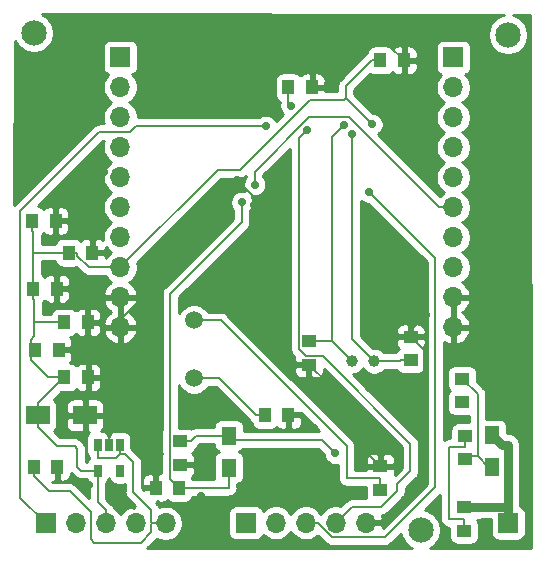
<source format=gbr>
G04 #@! TF.GenerationSoftware,KiCad,Pcbnew,5.1.7-a382d34a8~88~ubuntu18.04.1*
G04 #@! TF.CreationDate,2021-06-07T17:39:16+05:30*
G04 #@! TF.ProjectId,stm32wb_Dev_v2,73746d33-3277-4625-9f44-65765f76322e,rev?*
G04 #@! TF.SameCoordinates,Original*
G04 #@! TF.FileFunction,Copper,L2,Bot*
G04 #@! TF.FilePolarity,Positive*
%FSLAX46Y46*%
G04 Gerber Fmt 4.6, Leading zero omitted, Abs format (unit mm)*
G04 Created by KiCad (PCBNEW 5.1.7-a382d34a8~88~ubuntu18.04.1) date 2021-06-07 17:39:16*
%MOMM*%
%LPD*%
G01*
G04 APERTURE LIST*
G04 #@! TA.AperFunction,ComponentPad*
%ADD10C,2.150000*%
G04 #@! TD*
G04 #@! TA.AperFunction,ComponentPad*
%ADD11O,1.700000X1.700000*%
G04 #@! TD*
G04 #@! TA.AperFunction,ComponentPad*
%ADD12R,1.700000X1.700000*%
G04 #@! TD*
G04 #@! TA.AperFunction,SMDPad,CuDef*
%ADD13R,2.000000X1.600000*%
G04 #@! TD*
G04 #@! TA.AperFunction,SMDPad,CuDef*
%ADD14R,1.000000X1.250000*%
G04 #@! TD*
G04 #@! TA.AperFunction,SMDPad,CuDef*
%ADD15R,1.250000X1.000000*%
G04 #@! TD*
G04 #@! TA.AperFunction,SMDPad,CuDef*
%ADD16R,1.300000X1.500000*%
G04 #@! TD*
G04 #@! TA.AperFunction,SMDPad,CuDef*
%ADD17R,0.650000X1.060000*%
G04 #@! TD*
G04 #@! TA.AperFunction,ComponentPad*
%ADD18C,1.000000*%
G04 #@! TD*
G04 #@! TA.AperFunction,ComponentPad*
%ADD19C,1.500000*%
G04 #@! TD*
G04 #@! TA.AperFunction,ViaPad*
%ADD20C,0.700000*%
G04 #@! TD*
G04 #@! TA.AperFunction,Conductor*
%ADD21C,0.800000*%
G04 #@! TD*
G04 #@! TA.AperFunction,Conductor*
%ADD22C,0.200000*%
G04 #@! TD*
G04 #@! TA.AperFunction,Conductor*
%ADD23C,0.254000*%
G04 #@! TD*
G04 #@! TA.AperFunction,Conductor*
%ADD24C,0.100000*%
G04 #@! TD*
G04 APERTURE END LIST*
D10*
X117676000Y-92712500D03*
X125062000Y-50800000D03*
X84902000Y-50619700D03*
D11*
X120432000Y-75570100D03*
X120432000Y-73030100D03*
X120432000Y-70490100D03*
X120432000Y-67950100D03*
X120432000Y-65410100D03*
X120432000Y-62870100D03*
X120432000Y-60330100D03*
X120432000Y-57790100D03*
X120432000Y-55250100D03*
D12*
X120432000Y-52710100D03*
D11*
X92240100Y-75549800D03*
X92240100Y-73009800D03*
X92240100Y-70469800D03*
X92240100Y-67929800D03*
X92240100Y-65389800D03*
X92240100Y-62849800D03*
X92240100Y-60309800D03*
X92240100Y-57769800D03*
X92240100Y-55229800D03*
D12*
X92240100Y-52689800D03*
D13*
X85256600Y-83022400D03*
X89256600Y-83022400D03*
D12*
X125067000Y-92130900D03*
D14*
X86911200Y-87355700D03*
X84911200Y-87355700D03*
D15*
X114262000Y-87313300D03*
X114262000Y-89313300D03*
D14*
X106472000Y-82974200D03*
X104472000Y-82974200D03*
X87851700Y-69242900D03*
X89851700Y-69242900D03*
D15*
X108207000Y-78739200D03*
X108207000Y-76739200D03*
X116817000Y-76367600D03*
X116817000Y-78367600D03*
X121346000Y-90815900D03*
X121346000Y-92815900D03*
X121450000Y-86739500D03*
X121450000Y-84739500D03*
X121170700Y-81914240D03*
X121170700Y-79914240D03*
D14*
X108472000Y-55239900D03*
X106472000Y-55239900D03*
X87027260Y-77467460D03*
X85027260Y-77467460D03*
X116265000Y-52953900D03*
X114265000Y-52953900D03*
X87503800Y-79806800D03*
X89503800Y-79806800D03*
D15*
X97312500Y-85217800D03*
X97312500Y-87217800D03*
D14*
X95221000Y-89156500D03*
X97221000Y-89156500D03*
X84758000Y-66555600D03*
X86758000Y-66555600D03*
X86852000Y-72298600D03*
X84852000Y-72298600D03*
X89479100Y-75148400D03*
X87479100Y-75148400D03*
D12*
X85905300Y-92151200D03*
D11*
X88445300Y-92151200D03*
X90985300Y-92151200D03*
X93525300Y-92151200D03*
X96065300Y-92151200D03*
X113022000Y-92115600D03*
X110482000Y-92115600D03*
X107942000Y-92115600D03*
X105402000Y-92115600D03*
D12*
X102862000Y-92115600D03*
D16*
X123690380Y-84682340D03*
X123690380Y-87382340D03*
X101420000Y-87435700D03*
X101420000Y-84735700D03*
D17*
X90309700Y-87704000D03*
X92209700Y-87704000D03*
X92209700Y-85504000D03*
X91259700Y-85504000D03*
X90309700Y-85504000D03*
D18*
X113726000Y-78425000D03*
X111826000Y-78425000D03*
D19*
X98470700Y-79883300D03*
X98470700Y-74983300D03*
D20*
X108648500Y-84086700D03*
X109870240Y-81899760D03*
X115854480Y-87419180D03*
X98331020Y-68427600D03*
X117934740Y-56512460D03*
X99044760Y-89801700D03*
X99131120Y-92184220D03*
X103535480Y-65227200D03*
X102141020Y-63101220D03*
X89547700Y-88872060D03*
X90817700Y-62405260D03*
X118082060Y-74526140D03*
X99301300Y-88198960D03*
X91683840Y-89425780D03*
X113268760Y-80718660D03*
X111165640Y-58397140D03*
X111893800Y-59171200D03*
X106674918Y-56807100D03*
X110454440Y-86235540D03*
X102522020Y-64965580D03*
X108056000Y-58827100D03*
X104529798Y-58548362D03*
X103621840Y-63477140D03*
X113274200Y-64097600D03*
X113534900Y-58363600D03*
D21*
X121346000Y-90815900D02*
X122571300Y-90815900D01*
X125067000Y-92130900D02*
X125067000Y-90774900D01*
X122571300Y-90815900D02*
X122612300Y-90774900D01*
X122612300Y-90774900D02*
X125067000Y-90774900D01*
X124554740Y-85546700D02*
X123690380Y-84682340D01*
X125067000Y-90774900D02*
X125067000Y-85546700D01*
X125067000Y-85546700D02*
X124554740Y-85546700D01*
D22*
X95221000Y-89156500D02*
X95221000Y-85002580D01*
X95221000Y-85002580D02*
X94533720Y-84315300D01*
X91718400Y-84315300D02*
X91259700Y-84774000D01*
X91259700Y-84774000D02*
X91259700Y-85504000D01*
X94533720Y-84315300D02*
X91718400Y-84315300D01*
X107536000Y-82974200D02*
X108648500Y-84086700D01*
X106472000Y-82974200D02*
X107536000Y-82974200D01*
X109870240Y-80402440D02*
X108207000Y-78739200D01*
X109870240Y-81899760D02*
X109870240Y-80402440D01*
X109870240Y-82921540D02*
X114262000Y-87313300D01*
X109870240Y-81899760D02*
X109870240Y-82921540D01*
X115748600Y-87313300D02*
X115854480Y-87419180D01*
X114262000Y-87313300D02*
X115748600Y-87313300D01*
X108472000Y-55239900D02*
X108472000Y-53996560D01*
X108472000Y-53996560D02*
X110759240Y-51709320D01*
X115020420Y-51709320D02*
X116265000Y-52953900D01*
X110759240Y-51709320D02*
X115020420Y-51709320D01*
X116265000Y-54842720D02*
X117934740Y-56512460D01*
X116265000Y-52953900D02*
X116265000Y-54842720D01*
X99131120Y-89888060D02*
X99044760Y-89801700D01*
X99131120Y-92184220D02*
X99131120Y-89888060D01*
X103535480Y-64495680D02*
X102141020Y-63101220D01*
X103535480Y-65227200D02*
X103535480Y-64495680D01*
X116817000Y-75791200D02*
X118082060Y-74526140D01*
X116817000Y-76367600D02*
X116817000Y-75791200D01*
X98496140Y-87393800D02*
X99301300Y-88198960D01*
X97500460Y-87393800D02*
X98496140Y-87393800D01*
X116817000Y-76367600D02*
X117967760Y-77518360D01*
X117967760Y-77518360D02*
X117967760Y-79395320D01*
X116644420Y-80718660D02*
X113268760Y-80718660D01*
X117967760Y-79395320D02*
X116644420Y-80718660D01*
X92240100Y-75549800D02*
X92240100Y-74935080D01*
X98331020Y-68844160D02*
X98331020Y-68427600D01*
X92240100Y-74935080D02*
X98331020Y-68844160D01*
X92209700Y-86196700D02*
X92209700Y-86284300D01*
X92209700Y-85504000D02*
X92209700Y-86196700D01*
X96065300Y-92151200D02*
X94965000Y-92151200D01*
X94869000Y-92247200D02*
X94869000Y-92872560D01*
X94965000Y-92151200D02*
X94869000Y-92247200D01*
X89715300Y-93479580D02*
X89715300Y-91183420D01*
X94869000Y-92872560D02*
X93949520Y-93792040D01*
X90027760Y-93792040D02*
X89715300Y-93479580D01*
X93949520Y-93792040D02*
X90027760Y-93792040D01*
X93327220Y-89489320D02*
X94869000Y-91031100D01*
X94869000Y-91031100D02*
X94869000Y-92055200D01*
X93327220Y-86974680D02*
X93327220Y-89489320D01*
X94869000Y-92055200D02*
X94965000Y-92151200D01*
X92209700Y-86284300D02*
X92636840Y-86284300D01*
X92636840Y-86284300D02*
X93327220Y-86974680D01*
X90309700Y-85504000D02*
X90309700Y-86588600D01*
X90309700Y-86588600D02*
X91905400Y-86588600D01*
X91905400Y-86588600D02*
X92209700Y-86284300D01*
X84911200Y-87355700D02*
X84911200Y-88124300D01*
X84911200Y-88124300D02*
X86193630Y-89406730D01*
X86193630Y-89406730D02*
X87938610Y-89406730D01*
X89715300Y-91183420D02*
X87938610Y-89406730D01*
X100740400Y-74983300D02*
X98470700Y-74983300D01*
X111404200Y-85647100D02*
X100740400Y-74983300D01*
X114262000Y-88341200D02*
X111429400Y-88341200D01*
X114262000Y-89313300D02*
X114262000Y-88341200D01*
X111429400Y-88341200D02*
X111404200Y-88316000D01*
X111404200Y-88316000D02*
X111404200Y-85647100D01*
X104472000Y-82974200D02*
X103721700Y-82974200D01*
X98470700Y-79883300D02*
X100630800Y-79883300D01*
X100630800Y-79883300D02*
X103721700Y-82974200D01*
X110140200Y-76739200D02*
X108207000Y-76739200D01*
X111826000Y-78425000D02*
X110140200Y-76739200D01*
X110140200Y-76739200D02*
X110140200Y-59422580D01*
X110140200Y-59422580D02*
X111165640Y-58397140D01*
X113726000Y-78425000D02*
X111893800Y-76592800D01*
X111893800Y-76592800D02*
X111893800Y-59171200D01*
X113726000Y-78425000D02*
X115884300Y-78425000D01*
X115884300Y-78425000D02*
X115941700Y-78367600D01*
X116817000Y-78367600D02*
X115941700Y-78367600D01*
X121346000Y-91787980D02*
X121346000Y-92815900D01*
X120060720Y-91787980D02*
X121346000Y-91787980D01*
X120060720Y-85684360D02*
X120060720Y-91787980D01*
X121450000Y-84739500D02*
X121450000Y-85684360D01*
X121450000Y-85684360D02*
X120060720Y-85684360D01*
X123384300Y-87382340D02*
X122488960Y-86487000D01*
X123690380Y-87382340D02*
X123384300Y-87382340D01*
X121702500Y-86487000D02*
X121450000Y-86739500D01*
X122488960Y-86487000D02*
X121702500Y-86487000D01*
X122488960Y-83322160D02*
X122488960Y-81232500D01*
X122488960Y-81232500D02*
X121170700Y-79914240D01*
X122488960Y-83322160D02*
X122488960Y-83304840D01*
X122488960Y-86487000D02*
X122488960Y-83322160D01*
X106472000Y-55239900D02*
X106472000Y-56604182D01*
X106472000Y-56604182D02*
X106674918Y-56807100D01*
X98187800Y-85217800D02*
X98669900Y-84735700D01*
X98669900Y-84735700D02*
X101420000Y-84735700D01*
X97312500Y-85217800D02*
X98187800Y-85217800D01*
X101420000Y-84735700D02*
X101784460Y-85100160D01*
X109319060Y-85100160D02*
X110454440Y-86235540D01*
X101784460Y-85100160D02*
X109319060Y-85100160D01*
X101420000Y-89156500D02*
X97221000Y-89156500D01*
X101420000Y-87435700D02*
X101420000Y-89156500D01*
X96484440Y-84470858D02*
X96484440Y-72699880D01*
X96437499Y-84517799D02*
X96484440Y-84470858D01*
X96484440Y-85964742D02*
X96437499Y-85917801D01*
X96484440Y-88419940D02*
X96484440Y-87964742D01*
X102522020Y-66662300D02*
X102522020Y-64965580D01*
X96437499Y-85917801D02*
X96437499Y-84517799D01*
X97221000Y-89156500D02*
X96484440Y-88419940D01*
X96484440Y-87964742D02*
X96437499Y-87917801D01*
X96437499Y-87917801D02*
X96437499Y-86517799D01*
X96484440Y-72699880D02*
X102522020Y-66662300D01*
X96437499Y-86517799D02*
X96484440Y-86470858D01*
X96484440Y-86470858D02*
X96484440Y-85964742D01*
X107331600Y-77378200D02*
X107331600Y-59551500D01*
X107942200Y-77988800D02*
X107331600Y-77378200D01*
X109363876Y-77988800D02*
X107942200Y-77988800D01*
X116791740Y-85416664D02*
X109363876Y-77988800D01*
X107331600Y-59551500D02*
X108056000Y-58827100D01*
X115691920Y-88864440D02*
X116791740Y-87764620D01*
X110482000Y-92115600D02*
X111840860Y-90756740D01*
X111840860Y-90756740D02*
X114333760Y-90756740D01*
X114333760Y-90756740D02*
X115691920Y-89398580D01*
X115691920Y-89398580D02*
X115691920Y-88864440D01*
X116791740Y-87764620D02*
X116791740Y-85416664D01*
X104467476Y-58486040D02*
X104529798Y-58548362D01*
X83753960Y-89999860D02*
X83753960Y-65740280D01*
X85905300Y-92151200D02*
X83753960Y-89999860D01*
X93601540Y-58486040D02*
X104467476Y-58486040D01*
X83753960Y-65740280D02*
X90464640Y-59029600D01*
X90464640Y-59029600D02*
X93057980Y-59029600D01*
X93057980Y-59029600D02*
X93601540Y-58486040D01*
X108231741Y-57779359D02*
X103621840Y-62389260D01*
X120432000Y-65410100D02*
X119229919Y-65410100D01*
X119229919Y-65410100D02*
X111599178Y-57779359D01*
X111599178Y-57779359D02*
X108231741Y-57779359D01*
X103621840Y-62389260D02*
X103621840Y-63477140D01*
X118902480Y-69725880D02*
X113274200Y-64097600D01*
X109042300Y-92115600D02*
X109042300Y-92253100D01*
X107942000Y-92115600D02*
X109042300Y-92115600D01*
X109042300Y-92253100D02*
X110124040Y-93334840D01*
X110124040Y-93334840D02*
X114668300Y-93334840D01*
X114668300Y-93334840D02*
X118902480Y-89100660D01*
X118902480Y-89100660D02*
X118902480Y-69725880D01*
X111314300Y-56143000D02*
X113534900Y-58363600D01*
X111314300Y-56143000D02*
X111314300Y-55154300D01*
X111314300Y-55154300D02*
X113514700Y-52953900D01*
X114265000Y-52953900D02*
X113514700Y-52953900D01*
X88602000Y-69242900D02*
X88602000Y-69524300D01*
X88602000Y-69524300D02*
X89547500Y-70469800D01*
X89547500Y-70469800D02*
X92240100Y-70469800D01*
X90309700Y-87704000D02*
X90309700Y-90375300D01*
X90309700Y-90375300D02*
X90985300Y-91050900D01*
X84958400Y-75148400D02*
X84958400Y-73280300D01*
X84958400Y-73280300D02*
X84852000Y-73173900D01*
X84641900Y-76602300D02*
X84958400Y-76285800D01*
X84958400Y-76285800D02*
X84958400Y-75148400D01*
X84958400Y-75148400D02*
X86728800Y-75148400D01*
X84852000Y-72298600D02*
X84852000Y-73173900D01*
X87128700Y-79806800D02*
X86095800Y-79806800D01*
X86095800Y-79806800D02*
X84641900Y-78352900D01*
X85256600Y-81972100D02*
X87128700Y-80100000D01*
X87128700Y-80100000D02*
X87128700Y-79806800D01*
X84641900Y-77477600D02*
X84641900Y-78352900D01*
X85256600Y-83022400D02*
X85256600Y-81972100D01*
X84852000Y-69242900D02*
X84852000Y-67524900D01*
X84852000Y-67524900D02*
X84758000Y-67430900D01*
X84852000Y-72298600D02*
X84852000Y-69242900D01*
X84852000Y-69242900D02*
X87101400Y-69242900D01*
X87851700Y-69242900D02*
X87101400Y-69242900D01*
X84758000Y-66555600D02*
X84758000Y-67430900D01*
X87503800Y-79806800D02*
X87128700Y-79806800D01*
X87851700Y-69242900D02*
X88602000Y-69242900D01*
X84641900Y-77477600D02*
X84641900Y-76602300D01*
X87479100Y-75148400D02*
X86728800Y-75148400D01*
X90985300Y-92151200D02*
X90985300Y-91050900D01*
X111153120Y-56304180D02*
X111314300Y-56143000D01*
X102349902Y-62226898D02*
X108272620Y-56304180D01*
X108272620Y-56304180D02*
X111153120Y-56304180D01*
X92240100Y-70469800D02*
X100483002Y-62226898D01*
X100483002Y-62226898D02*
X102349902Y-62226898D01*
X90309700Y-87704000D02*
X88938200Y-87704000D01*
X85256600Y-84022400D02*
X85256600Y-83022400D01*
X86846290Y-85612090D02*
X88360370Y-85612090D01*
X86846290Y-85612090D02*
X85256600Y-84022400D01*
X88588730Y-85840450D02*
X88588730Y-87354530D01*
X88360370Y-85612090D02*
X88588730Y-85840450D01*
X88938200Y-87704000D02*
X88588730Y-87354530D01*
D23*
X109469440Y-86289987D02*
X109469440Y-86332554D01*
X109507293Y-86522854D01*
X109581544Y-86702112D01*
X109689341Y-86863441D01*
X109826539Y-87000639D01*
X109987868Y-87108436D01*
X110167126Y-87182687D01*
X110357426Y-87220540D01*
X110551454Y-87220540D01*
X110669200Y-87197119D01*
X110669200Y-88279895D01*
X110665644Y-88316000D01*
X110679835Y-88460085D01*
X110687994Y-88486980D01*
X110721863Y-88598632D01*
X110790113Y-88726319D01*
X110881962Y-88838237D01*
X110895801Y-88849594D01*
X110907162Y-88863438D01*
X111019080Y-88955287D01*
X111146767Y-89023537D01*
X111285315Y-89065565D01*
X111393295Y-89076200D01*
X111393302Y-89076200D01*
X111429399Y-89079755D01*
X111465496Y-89076200D01*
X112998928Y-89076200D01*
X112998928Y-89813300D01*
X113011188Y-89937782D01*
X113036656Y-90021740D01*
X111876954Y-90021740D01*
X111840859Y-90018185D01*
X111804764Y-90021740D01*
X111804755Y-90021740D01*
X111696775Y-90032375D01*
X111558227Y-90074403D01*
X111430540Y-90142653D01*
X111318622Y-90234502D01*
X111295606Y-90262547D01*
X110877897Y-90680256D01*
X110628260Y-90630600D01*
X110335740Y-90630600D01*
X110048842Y-90687668D01*
X109778589Y-90799610D01*
X109535368Y-90962125D01*
X109328525Y-91168968D01*
X109212000Y-91343360D01*
X109095475Y-91168968D01*
X108888632Y-90962125D01*
X108645411Y-90799610D01*
X108375158Y-90687668D01*
X108088260Y-90630600D01*
X107795740Y-90630600D01*
X107508842Y-90687668D01*
X107238589Y-90799610D01*
X106995368Y-90962125D01*
X106788525Y-91168968D01*
X106672000Y-91343360D01*
X106555475Y-91168968D01*
X106348632Y-90962125D01*
X106105411Y-90799610D01*
X105835158Y-90687668D01*
X105548260Y-90630600D01*
X105255740Y-90630600D01*
X104968842Y-90687668D01*
X104698589Y-90799610D01*
X104455368Y-90962125D01*
X104323513Y-91093980D01*
X104301502Y-91021420D01*
X104242537Y-90911106D01*
X104163185Y-90814415D01*
X104066494Y-90735063D01*
X103956180Y-90676098D01*
X103836482Y-90639788D01*
X103712000Y-90627528D01*
X102012000Y-90627528D01*
X101887518Y-90639788D01*
X101767820Y-90676098D01*
X101657506Y-90735063D01*
X101560815Y-90814415D01*
X101481463Y-90911106D01*
X101422498Y-91021420D01*
X101386188Y-91141118D01*
X101373928Y-91265600D01*
X101373928Y-92965600D01*
X101386188Y-93090082D01*
X101422498Y-93209780D01*
X101481463Y-93320094D01*
X101560815Y-93416785D01*
X101657506Y-93496137D01*
X101767820Y-93555102D01*
X101887518Y-93591412D01*
X102012000Y-93603672D01*
X103712000Y-93603672D01*
X103836482Y-93591412D01*
X103956180Y-93555102D01*
X104066494Y-93496137D01*
X104163185Y-93416785D01*
X104242537Y-93320094D01*
X104301502Y-93209780D01*
X104323513Y-93137220D01*
X104455368Y-93269075D01*
X104698589Y-93431590D01*
X104968842Y-93543532D01*
X105255740Y-93600600D01*
X105548260Y-93600600D01*
X105835158Y-93543532D01*
X106105411Y-93431590D01*
X106348632Y-93269075D01*
X106555475Y-93062232D01*
X106672000Y-92887840D01*
X106788525Y-93062232D01*
X106995368Y-93269075D01*
X107238589Y-93431590D01*
X107508842Y-93543532D01*
X107795740Y-93600600D01*
X108088260Y-93600600D01*
X108375158Y-93543532D01*
X108645411Y-93431590D01*
X108888632Y-93269075D01*
X108953730Y-93203977D01*
X109578786Y-93829033D01*
X109601802Y-93857078D01*
X109713720Y-93948927D01*
X109841407Y-94017177D01*
X109979955Y-94059205D01*
X110087935Y-94069840D01*
X110087944Y-94069840D01*
X110124039Y-94073395D01*
X110160134Y-94069840D01*
X114632195Y-94069840D01*
X114668300Y-94073396D01*
X114704405Y-94069840D01*
X114812385Y-94059205D01*
X114950933Y-94017177D01*
X115078620Y-93948927D01*
X115190538Y-93857078D01*
X115213559Y-93829027D01*
X115998463Y-93044123D01*
X116031714Y-93211289D01*
X116160618Y-93522489D01*
X116347756Y-93802561D01*
X116585939Y-94040744D01*
X116866011Y-94227882D01*
X116890305Y-94237945D01*
X94528886Y-94252120D01*
X95333072Y-93447935D01*
X95361889Y-93467190D01*
X95632142Y-93579132D01*
X95919040Y-93636200D01*
X96211560Y-93636200D01*
X96498458Y-93579132D01*
X96768711Y-93467190D01*
X97011932Y-93304675D01*
X97218775Y-93097832D01*
X97381290Y-92854611D01*
X97493232Y-92584358D01*
X97550300Y-92297460D01*
X97550300Y-92004940D01*
X97493232Y-91718042D01*
X97381290Y-91447789D01*
X97218775Y-91204568D01*
X97011932Y-90997725D01*
X96768711Y-90835210D01*
X96498458Y-90723268D01*
X96211560Y-90666200D01*
X95919040Y-90666200D01*
X95632142Y-90723268D01*
X95553566Y-90755815D01*
X95551337Y-90748467D01*
X95483087Y-90620780D01*
X95430502Y-90556706D01*
X95414253Y-90536906D01*
X95414250Y-90536903D01*
X95391237Y-90508862D01*
X95363197Y-90485850D01*
X95293847Y-90416500D01*
X95348002Y-90416500D01*
X95348002Y-90257752D01*
X95506750Y-90416500D01*
X95721000Y-90419572D01*
X95845482Y-90407312D01*
X95965180Y-90371002D01*
X96075494Y-90312037D01*
X96172185Y-90232685D01*
X96221000Y-90173204D01*
X96269815Y-90232685D01*
X96366506Y-90312037D01*
X96476820Y-90371002D01*
X96596518Y-90407312D01*
X96721000Y-90419572D01*
X97721000Y-90419572D01*
X97845482Y-90407312D01*
X97965180Y-90371002D01*
X98075494Y-90312037D01*
X98172185Y-90232685D01*
X98251537Y-90135994D01*
X98310502Y-90025680D01*
X98346812Y-89905982D01*
X98348238Y-89891500D01*
X101383895Y-89891500D01*
X101420000Y-89895056D01*
X101456105Y-89891500D01*
X101564085Y-89880865D01*
X101702633Y-89838837D01*
X101830320Y-89770587D01*
X101942238Y-89678738D01*
X102034087Y-89566820D01*
X102102337Y-89439133D01*
X102144365Y-89300585D01*
X102158556Y-89156500D01*
X102155000Y-89120395D01*
X102155000Y-88815401D01*
X102194482Y-88811512D01*
X102314180Y-88775202D01*
X102424494Y-88716237D01*
X102521185Y-88636885D01*
X102600537Y-88540194D01*
X102659502Y-88429880D01*
X102695812Y-88310182D01*
X102708072Y-88185700D01*
X102708072Y-86685700D01*
X102695812Y-86561218D01*
X102659502Y-86441520D01*
X102600537Y-86331206D01*
X102521185Y-86234515D01*
X102424494Y-86155163D01*
X102314180Y-86096198D01*
X102279573Y-86085700D01*
X102314180Y-86075202D01*
X102424494Y-86016237D01*
X102521185Y-85936885D01*
X102600537Y-85840194D01*
X102603228Y-85835160D01*
X109014614Y-85835160D01*
X109469440Y-86289987D01*
G04 #@! TA.AperFunction,Conductor*
D24*
G36*
X109469440Y-86289987D02*
G01*
X109469440Y-86332554D01*
X109507293Y-86522854D01*
X109581544Y-86702112D01*
X109689341Y-86863441D01*
X109826539Y-87000639D01*
X109987868Y-87108436D01*
X110167126Y-87182687D01*
X110357426Y-87220540D01*
X110551454Y-87220540D01*
X110669200Y-87197119D01*
X110669200Y-88279895D01*
X110665644Y-88316000D01*
X110679835Y-88460085D01*
X110687994Y-88486980D01*
X110721863Y-88598632D01*
X110790113Y-88726319D01*
X110881962Y-88838237D01*
X110895801Y-88849594D01*
X110907162Y-88863438D01*
X111019080Y-88955287D01*
X111146767Y-89023537D01*
X111285315Y-89065565D01*
X111393295Y-89076200D01*
X111393302Y-89076200D01*
X111429399Y-89079755D01*
X111465496Y-89076200D01*
X112998928Y-89076200D01*
X112998928Y-89813300D01*
X113011188Y-89937782D01*
X113036656Y-90021740D01*
X111876954Y-90021740D01*
X111840859Y-90018185D01*
X111804764Y-90021740D01*
X111804755Y-90021740D01*
X111696775Y-90032375D01*
X111558227Y-90074403D01*
X111430540Y-90142653D01*
X111318622Y-90234502D01*
X111295606Y-90262547D01*
X110877897Y-90680256D01*
X110628260Y-90630600D01*
X110335740Y-90630600D01*
X110048842Y-90687668D01*
X109778589Y-90799610D01*
X109535368Y-90962125D01*
X109328525Y-91168968D01*
X109212000Y-91343360D01*
X109095475Y-91168968D01*
X108888632Y-90962125D01*
X108645411Y-90799610D01*
X108375158Y-90687668D01*
X108088260Y-90630600D01*
X107795740Y-90630600D01*
X107508842Y-90687668D01*
X107238589Y-90799610D01*
X106995368Y-90962125D01*
X106788525Y-91168968D01*
X106672000Y-91343360D01*
X106555475Y-91168968D01*
X106348632Y-90962125D01*
X106105411Y-90799610D01*
X105835158Y-90687668D01*
X105548260Y-90630600D01*
X105255740Y-90630600D01*
X104968842Y-90687668D01*
X104698589Y-90799610D01*
X104455368Y-90962125D01*
X104323513Y-91093980D01*
X104301502Y-91021420D01*
X104242537Y-90911106D01*
X104163185Y-90814415D01*
X104066494Y-90735063D01*
X103956180Y-90676098D01*
X103836482Y-90639788D01*
X103712000Y-90627528D01*
X102012000Y-90627528D01*
X101887518Y-90639788D01*
X101767820Y-90676098D01*
X101657506Y-90735063D01*
X101560815Y-90814415D01*
X101481463Y-90911106D01*
X101422498Y-91021420D01*
X101386188Y-91141118D01*
X101373928Y-91265600D01*
X101373928Y-92965600D01*
X101386188Y-93090082D01*
X101422498Y-93209780D01*
X101481463Y-93320094D01*
X101560815Y-93416785D01*
X101657506Y-93496137D01*
X101767820Y-93555102D01*
X101887518Y-93591412D01*
X102012000Y-93603672D01*
X103712000Y-93603672D01*
X103836482Y-93591412D01*
X103956180Y-93555102D01*
X104066494Y-93496137D01*
X104163185Y-93416785D01*
X104242537Y-93320094D01*
X104301502Y-93209780D01*
X104323513Y-93137220D01*
X104455368Y-93269075D01*
X104698589Y-93431590D01*
X104968842Y-93543532D01*
X105255740Y-93600600D01*
X105548260Y-93600600D01*
X105835158Y-93543532D01*
X106105411Y-93431590D01*
X106348632Y-93269075D01*
X106555475Y-93062232D01*
X106672000Y-92887840D01*
X106788525Y-93062232D01*
X106995368Y-93269075D01*
X107238589Y-93431590D01*
X107508842Y-93543532D01*
X107795740Y-93600600D01*
X108088260Y-93600600D01*
X108375158Y-93543532D01*
X108645411Y-93431590D01*
X108888632Y-93269075D01*
X108953730Y-93203977D01*
X109578786Y-93829033D01*
X109601802Y-93857078D01*
X109713720Y-93948927D01*
X109841407Y-94017177D01*
X109979955Y-94059205D01*
X110087935Y-94069840D01*
X110087944Y-94069840D01*
X110124039Y-94073395D01*
X110160134Y-94069840D01*
X114632195Y-94069840D01*
X114668300Y-94073396D01*
X114704405Y-94069840D01*
X114812385Y-94059205D01*
X114950933Y-94017177D01*
X115078620Y-93948927D01*
X115190538Y-93857078D01*
X115213559Y-93829027D01*
X115998463Y-93044123D01*
X116031714Y-93211289D01*
X116160618Y-93522489D01*
X116347756Y-93802561D01*
X116585939Y-94040744D01*
X116866011Y-94227882D01*
X116890305Y-94237945D01*
X94528886Y-94252120D01*
X95333072Y-93447935D01*
X95361889Y-93467190D01*
X95632142Y-93579132D01*
X95919040Y-93636200D01*
X96211560Y-93636200D01*
X96498458Y-93579132D01*
X96768711Y-93467190D01*
X97011932Y-93304675D01*
X97218775Y-93097832D01*
X97381290Y-92854611D01*
X97493232Y-92584358D01*
X97550300Y-92297460D01*
X97550300Y-92004940D01*
X97493232Y-91718042D01*
X97381290Y-91447789D01*
X97218775Y-91204568D01*
X97011932Y-90997725D01*
X96768711Y-90835210D01*
X96498458Y-90723268D01*
X96211560Y-90666200D01*
X95919040Y-90666200D01*
X95632142Y-90723268D01*
X95553566Y-90755815D01*
X95551337Y-90748467D01*
X95483087Y-90620780D01*
X95430502Y-90556706D01*
X95414253Y-90536906D01*
X95414250Y-90536903D01*
X95391237Y-90508862D01*
X95363197Y-90485850D01*
X95293847Y-90416500D01*
X95348002Y-90416500D01*
X95348002Y-90257752D01*
X95506750Y-90416500D01*
X95721000Y-90419572D01*
X95845482Y-90407312D01*
X95965180Y-90371002D01*
X96075494Y-90312037D01*
X96172185Y-90232685D01*
X96221000Y-90173204D01*
X96269815Y-90232685D01*
X96366506Y-90312037D01*
X96476820Y-90371002D01*
X96596518Y-90407312D01*
X96721000Y-90419572D01*
X97721000Y-90419572D01*
X97845482Y-90407312D01*
X97965180Y-90371002D01*
X98075494Y-90312037D01*
X98172185Y-90232685D01*
X98251537Y-90135994D01*
X98310502Y-90025680D01*
X98346812Y-89905982D01*
X98348238Y-89891500D01*
X101383895Y-89891500D01*
X101420000Y-89895056D01*
X101456105Y-89891500D01*
X101564085Y-89880865D01*
X101702633Y-89838837D01*
X101830320Y-89770587D01*
X101942238Y-89678738D01*
X102034087Y-89566820D01*
X102102337Y-89439133D01*
X102144365Y-89300585D01*
X102158556Y-89156500D01*
X102155000Y-89120395D01*
X102155000Y-88815401D01*
X102194482Y-88811512D01*
X102314180Y-88775202D01*
X102424494Y-88716237D01*
X102521185Y-88636885D01*
X102600537Y-88540194D01*
X102659502Y-88429880D01*
X102695812Y-88310182D01*
X102708072Y-88185700D01*
X102708072Y-86685700D01*
X102695812Y-86561218D01*
X102659502Y-86441520D01*
X102600537Y-86331206D01*
X102521185Y-86234515D01*
X102424494Y-86155163D01*
X102314180Y-86096198D01*
X102279573Y-86085700D01*
X102314180Y-86075202D01*
X102424494Y-86016237D01*
X102521185Y-85936885D01*
X102600537Y-85840194D01*
X102603228Y-85835160D01*
X109014614Y-85835160D01*
X109469440Y-86289987D01*
G37*
G04 #@! TD.AperFunction*
D23*
X124683797Y-49131728D02*
X124563211Y-49155714D01*
X124252011Y-49284618D01*
X123971939Y-49471756D01*
X123733756Y-49709939D01*
X123546618Y-49990011D01*
X123417714Y-50301211D01*
X123352000Y-50631580D01*
X123352000Y-50968420D01*
X123417714Y-51298789D01*
X123546618Y-51609989D01*
X123733756Y-51890061D01*
X123971939Y-52128244D01*
X124252011Y-52315382D01*
X124563211Y-52444286D01*
X124893580Y-52510000D01*
X125230420Y-52510000D01*
X125560789Y-52444286D01*
X125871989Y-52315382D01*
X126152061Y-52128244D01*
X126390244Y-51890061D01*
X126577382Y-51609989D01*
X126706286Y-51298789D01*
X126772000Y-50968420D01*
X126772000Y-50631580D01*
X126706286Y-50301211D01*
X126577382Y-49990011D01*
X126390244Y-49709939D01*
X126152061Y-49471756D01*
X125871989Y-49284618D01*
X125560789Y-49155714D01*
X125447542Y-49133188D01*
X126949321Y-49136058D01*
X126992259Y-94231541D01*
X118464104Y-94236947D01*
X118485989Y-94227882D01*
X118766061Y-94040744D01*
X119004244Y-93802561D01*
X119191382Y-93522489D01*
X119320286Y-93211289D01*
X119386000Y-92880920D01*
X119386000Y-92544080D01*
X119320286Y-92213711D01*
X119191382Y-91902511D01*
X119004244Y-91622439D01*
X118766061Y-91384256D01*
X118485989Y-91197118D01*
X118174789Y-91068214D01*
X118007624Y-91034963D01*
X119325721Y-89716866D01*
X119325721Y-91751865D01*
X119322164Y-91787980D01*
X119336355Y-91932065D01*
X119378383Y-92070613D01*
X119446633Y-92198300D01*
X119538482Y-92310218D01*
X119650400Y-92402067D01*
X119778087Y-92470317D01*
X119916635Y-92512345D01*
X120024615Y-92522980D01*
X120060720Y-92526536D01*
X120082928Y-92524349D01*
X120082928Y-93315900D01*
X120095188Y-93440382D01*
X120131498Y-93560080D01*
X120190463Y-93670394D01*
X120269815Y-93767085D01*
X120366506Y-93846437D01*
X120476820Y-93905402D01*
X120596518Y-93941712D01*
X120721000Y-93953972D01*
X121971000Y-93953972D01*
X122095482Y-93941712D01*
X122215180Y-93905402D01*
X122325494Y-93846437D01*
X122422185Y-93767085D01*
X122501537Y-93670394D01*
X122560502Y-93560080D01*
X122596812Y-93440382D01*
X122609072Y-93315900D01*
X122609072Y-92315900D01*
X122596812Y-92191418D01*
X122560502Y-92071720D01*
X122501537Y-91961406D01*
X122422185Y-91864715D01*
X122405351Y-91850900D01*
X122520472Y-91850900D01*
X122571300Y-91855906D01*
X122622128Y-91850900D01*
X122622138Y-91850900D01*
X122774195Y-91835924D01*
X122859984Y-91809900D01*
X123578928Y-91809900D01*
X123578928Y-92980900D01*
X123591188Y-93105382D01*
X123627498Y-93225080D01*
X123686463Y-93335394D01*
X123765815Y-93432085D01*
X123862506Y-93511437D01*
X123972820Y-93570402D01*
X124092518Y-93606712D01*
X124217000Y-93618972D01*
X125917000Y-93618972D01*
X126041482Y-93606712D01*
X126161180Y-93570402D01*
X126271494Y-93511437D01*
X126368185Y-93432085D01*
X126447537Y-93335394D01*
X126506502Y-93225080D01*
X126542812Y-93105382D01*
X126555072Y-92980900D01*
X126555072Y-91280900D01*
X126542812Y-91156418D01*
X126506502Y-91036720D01*
X126447537Y-90926406D01*
X126368185Y-90829715D01*
X126271494Y-90750363D01*
X126161180Y-90691398D01*
X126102000Y-90673446D01*
X126102000Y-85597538D01*
X126107007Y-85546700D01*
X126087024Y-85343805D01*
X126027841Y-85148707D01*
X125931734Y-84968903D01*
X125802396Y-84811304D01*
X125644797Y-84681966D01*
X125464993Y-84585859D01*
X125269895Y-84526676D01*
X125117838Y-84511700D01*
X125067000Y-84506693D01*
X125016162Y-84511700D01*
X124983451Y-84511700D01*
X124978452Y-84506701D01*
X124978452Y-83932340D01*
X124966192Y-83807858D01*
X124929882Y-83688160D01*
X124870917Y-83577846D01*
X124791565Y-83481155D01*
X124694874Y-83401803D01*
X124584560Y-83342838D01*
X124464862Y-83306528D01*
X124340380Y-83294268D01*
X123223960Y-83294268D01*
X123223960Y-81268596D01*
X123227515Y-81232499D01*
X123223960Y-81196402D01*
X123223960Y-81196395D01*
X123213325Y-81088415D01*
X123171297Y-80949867D01*
X123103047Y-80822180D01*
X123011198Y-80710262D01*
X122983153Y-80687246D01*
X122433772Y-80137865D01*
X122433772Y-79414240D01*
X122421512Y-79289758D01*
X122385202Y-79170060D01*
X122326237Y-79059746D01*
X122246885Y-78963055D01*
X122150194Y-78883703D01*
X122039880Y-78824738D01*
X121920182Y-78788428D01*
X121795700Y-78776168D01*
X120545700Y-78776168D01*
X120421218Y-78788428D01*
X120301520Y-78824738D01*
X120191206Y-78883703D01*
X120094515Y-78963055D01*
X120015163Y-79059746D01*
X119956198Y-79170060D01*
X119919888Y-79289758D01*
X119907628Y-79414240D01*
X119907628Y-80414240D01*
X119919888Y-80538722D01*
X119956198Y-80658420D01*
X120015163Y-80768734D01*
X120094515Y-80865425D01*
X120153996Y-80914240D01*
X120094515Y-80963055D01*
X120015163Y-81059746D01*
X119956198Y-81170060D01*
X119919888Y-81289758D01*
X119907628Y-81414240D01*
X119907628Y-82414240D01*
X119919888Y-82538722D01*
X119956198Y-82658420D01*
X120015163Y-82768734D01*
X120094515Y-82865425D01*
X120191206Y-82944777D01*
X120301520Y-83003742D01*
X120421218Y-83040052D01*
X120545700Y-83052312D01*
X121753960Y-83052312D01*
X121753960Y-83358264D01*
X121753961Y-83358274D01*
X121753961Y-83601428D01*
X120825000Y-83601428D01*
X120700518Y-83613688D01*
X120580820Y-83649998D01*
X120470506Y-83708963D01*
X120373815Y-83788315D01*
X120294463Y-83885006D01*
X120235498Y-83995320D01*
X120199188Y-84115018D01*
X120186928Y-84239500D01*
X120186928Y-84949360D01*
X120096825Y-84949360D01*
X120060720Y-84945804D01*
X120024615Y-84949360D01*
X119916635Y-84959995D01*
X119778087Y-85002023D01*
X119650400Y-85070273D01*
X119637480Y-85080876D01*
X119637480Y-76817003D01*
X119800748Y-76914257D01*
X120075109Y-77011581D01*
X120305000Y-76890914D01*
X120305000Y-75697100D01*
X120559000Y-75697100D01*
X120559000Y-76890914D01*
X120788891Y-77011581D01*
X121063252Y-76914257D01*
X121313355Y-76765278D01*
X121529588Y-76570369D01*
X121703641Y-76337020D01*
X121828825Y-76074199D01*
X121873476Y-75926990D01*
X121752155Y-75697100D01*
X120559000Y-75697100D01*
X120305000Y-75697100D01*
X120285000Y-75697100D01*
X120285000Y-75443100D01*
X120305000Y-75443100D01*
X120305000Y-73157100D01*
X120559000Y-73157100D01*
X120559000Y-75443100D01*
X121752155Y-75443100D01*
X121873476Y-75213210D01*
X121828825Y-75066001D01*
X121703641Y-74803180D01*
X121529588Y-74569831D01*
X121313355Y-74374922D01*
X121187745Y-74300100D01*
X121313355Y-74225278D01*
X121529588Y-74030369D01*
X121703641Y-73797020D01*
X121828825Y-73534199D01*
X121873476Y-73386990D01*
X121752155Y-73157100D01*
X120559000Y-73157100D01*
X120305000Y-73157100D01*
X120285000Y-73157100D01*
X120285000Y-72903100D01*
X120305000Y-72903100D01*
X120305000Y-72883100D01*
X120559000Y-72883100D01*
X120559000Y-72903100D01*
X121752155Y-72903100D01*
X121873476Y-72673210D01*
X121828825Y-72526001D01*
X121703641Y-72263180D01*
X121529588Y-72029831D01*
X121313355Y-71834922D01*
X121196466Y-71765295D01*
X121378632Y-71643575D01*
X121585475Y-71436732D01*
X121747990Y-71193511D01*
X121859932Y-70923258D01*
X121917000Y-70636360D01*
X121917000Y-70343840D01*
X121859932Y-70056942D01*
X121747990Y-69786689D01*
X121585475Y-69543468D01*
X121378632Y-69336625D01*
X121204240Y-69220100D01*
X121378632Y-69103575D01*
X121585475Y-68896732D01*
X121747990Y-68653511D01*
X121859932Y-68383258D01*
X121917000Y-68096360D01*
X121917000Y-67803840D01*
X121859932Y-67516942D01*
X121747990Y-67246689D01*
X121585475Y-67003468D01*
X121378632Y-66796625D01*
X121204240Y-66680100D01*
X121378632Y-66563575D01*
X121585475Y-66356732D01*
X121747990Y-66113511D01*
X121859932Y-65843258D01*
X121917000Y-65556360D01*
X121917000Y-65263840D01*
X121859932Y-64976942D01*
X121747990Y-64706689D01*
X121585475Y-64463468D01*
X121378632Y-64256625D01*
X121204240Y-64140100D01*
X121378632Y-64023575D01*
X121585475Y-63816732D01*
X121747990Y-63573511D01*
X121859932Y-63303258D01*
X121917000Y-63016360D01*
X121917000Y-62723840D01*
X121859932Y-62436942D01*
X121747990Y-62166689D01*
X121585475Y-61923468D01*
X121378632Y-61716625D01*
X121204240Y-61600100D01*
X121378632Y-61483575D01*
X121585475Y-61276732D01*
X121747990Y-61033511D01*
X121859932Y-60763258D01*
X121917000Y-60476360D01*
X121917000Y-60183840D01*
X121859932Y-59896942D01*
X121747990Y-59626689D01*
X121585475Y-59383468D01*
X121378632Y-59176625D01*
X121204240Y-59060100D01*
X121378632Y-58943575D01*
X121585475Y-58736732D01*
X121747990Y-58493511D01*
X121859932Y-58223258D01*
X121917000Y-57936360D01*
X121917000Y-57643840D01*
X121859932Y-57356942D01*
X121747990Y-57086689D01*
X121585475Y-56843468D01*
X121378632Y-56636625D01*
X121204240Y-56520100D01*
X121378632Y-56403575D01*
X121585475Y-56196732D01*
X121747990Y-55953511D01*
X121859932Y-55683258D01*
X121917000Y-55396360D01*
X121917000Y-55103840D01*
X121859932Y-54816942D01*
X121747990Y-54546689D01*
X121585475Y-54303468D01*
X121453620Y-54171613D01*
X121526180Y-54149602D01*
X121636494Y-54090637D01*
X121733185Y-54011285D01*
X121812537Y-53914594D01*
X121871502Y-53804280D01*
X121907812Y-53684582D01*
X121920072Y-53560100D01*
X121920072Y-51860100D01*
X121907812Y-51735618D01*
X121871502Y-51615920D01*
X121812537Y-51505606D01*
X121733185Y-51408915D01*
X121636494Y-51329563D01*
X121526180Y-51270598D01*
X121406482Y-51234288D01*
X121282000Y-51222028D01*
X119582000Y-51222028D01*
X119457518Y-51234288D01*
X119337820Y-51270598D01*
X119227506Y-51329563D01*
X119130815Y-51408915D01*
X119051463Y-51505606D01*
X118992498Y-51615920D01*
X118956188Y-51735618D01*
X118943928Y-51860100D01*
X118943928Y-53560100D01*
X118956188Y-53684582D01*
X118992498Y-53804280D01*
X119051463Y-53914594D01*
X119130815Y-54011285D01*
X119227506Y-54090637D01*
X119337820Y-54149602D01*
X119410380Y-54171613D01*
X119278525Y-54303468D01*
X119116010Y-54546689D01*
X119004068Y-54816942D01*
X118947000Y-55103840D01*
X118947000Y-55396360D01*
X119004068Y-55683258D01*
X119116010Y-55953511D01*
X119278525Y-56196732D01*
X119485368Y-56403575D01*
X119659760Y-56520100D01*
X119485368Y-56636625D01*
X119278525Y-56843468D01*
X119116010Y-57086689D01*
X119004068Y-57356942D01*
X118947000Y-57643840D01*
X118947000Y-57936360D01*
X119004068Y-58223258D01*
X119116010Y-58493511D01*
X119278525Y-58736732D01*
X119485368Y-58943575D01*
X119659760Y-59060100D01*
X119485368Y-59176625D01*
X119278525Y-59383468D01*
X119116010Y-59626689D01*
X119004068Y-59896942D01*
X118947000Y-60183840D01*
X118947000Y-60476360D01*
X119004068Y-60763258D01*
X119116010Y-61033511D01*
X119278525Y-61276732D01*
X119485368Y-61483575D01*
X119659760Y-61600100D01*
X119485368Y-61716625D01*
X119278525Y-61923468D01*
X119116010Y-62166689D01*
X119004068Y-62436942D01*
X118947000Y-62723840D01*
X118947000Y-63016360D01*
X119004068Y-63303258D01*
X119116010Y-63573511D01*
X119278525Y-63816732D01*
X119485368Y-64023575D01*
X119659760Y-64140100D01*
X119485368Y-64256625D01*
X119300629Y-64441364D01*
X114057994Y-59198729D01*
X114162801Y-59128699D01*
X114299999Y-58991501D01*
X114407796Y-58830172D01*
X114482047Y-58650914D01*
X114519900Y-58460614D01*
X114519900Y-58266586D01*
X114482047Y-58076286D01*
X114407796Y-57897028D01*
X114299999Y-57735699D01*
X114162801Y-57598501D01*
X114001472Y-57490704D01*
X113822214Y-57416453D01*
X113631914Y-57378600D01*
X113589347Y-57378600D01*
X112049300Y-55838554D01*
X112049300Y-55458746D01*
X113403972Y-54104075D01*
X113410506Y-54109437D01*
X113520820Y-54168402D01*
X113640518Y-54204712D01*
X113765000Y-54216972D01*
X114765000Y-54216972D01*
X114889482Y-54204712D01*
X115009180Y-54168402D01*
X115119494Y-54109437D01*
X115216185Y-54030085D01*
X115265000Y-53970604D01*
X115313815Y-54030085D01*
X115410506Y-54109437D01*
X115520820Y-54168402D01*
X115640518Y-54204712D01*
X115765000Y-54216972D01*
X115979250Y-54213900D01*
X116138000Y-54055150D01*
X116138000Y-53080900D01*
X116392000Y-53080900D01*
X116392000Y-54055150D01*
X116550750Y-54213900D01*
X116765000Y-54216972D01*
X116889482Y-54204712D01*
X117009180Y-54168402D01*
X117119494Y-54109437D01*
X117216185Y-54030085D01*
X117295537Y-53933394D01*
X117354502Y-53823080D01*
X117390812Y-53703382D01*
X117403072Y-53578900D01*
X117400000Y-53239650D01*
X117241250Y-53080900D01*
X116392000Y-53080900D01*
X116138000Y-53080900D01*
X116118000Y-53080900D01*
X116118000Y-52826900D01*
X116138000Y-52826900D01*
X116138000Y-51852650D01*
X116392000Y-51852650D01*
X116392000Y-52826900D01*
X117241250Y-52826900D01*
X117400000Y-52668150D01*
X117403072Y-52328900D01*
X117390812Y-52204418D01*
X117354502Y-52084720D01*
X117295537Y-51974406D01*
X117216185Y-51877715D01*
X117119494Y-51798363D01*
X117009180Y-51739398D01*
X116889482Y-51703088D01*
X116765000Y-51690828D01*
X116550750Y-51693900D01*
X116392000Y-51852650D01*
X116138000Y-51852650D01*
X115979250Y-51693900D01*
X115765000Y-51690828D01*
X115640518Y-51703088D01*
X115520820Y-51739398D01*
X115410506Y-51798363D01*
X115313815Y-51877715D01*
X115265000Y-51937196D01*
X115216185Y-51877715D01*
X115119494Y-51798363D01*
X115009180Y-51739398D01*
X114889482Y-51703088D01*
X114765000Y-51690828D01*
X113765000Y-51690828D01*
X113640518Y-51703088D01*
X113520820Y-51739398D01*
X113410506Y-51798363D01*
X113313815Y-51877715D01*
X113234463Y-51974406D01*
X113175498Y-52084720D01*
X113139188Y-52204418D01*
X113127046Y-52327698D01*
X113104380Y-52339813D01*
X112992462Y-52431662D01*
X112969446Y-52459707D01*
X110820108Y-54609046D01*
X110792063Y-54632062D01*
X110700214Y-54743980D01*
X110631964Y-54871667D01*
X110589935Y-55010215D01*
X110575744Y-55154300D01*
X110579301Y-55190414D01*
X110579301Y-55569180D01*
X109607394Y-55569180D01*
X109607000Y-55525650D01*
X109448250Y-55366900D01*
X108599000Y-55366900D01*
X108599000Y-55386900D01*
X108345000Y-55386900D01*
X108345000Y-55366900D01*
X108325000Y-55366900D01*
X108325000Y-55112900D01*
X108345000Y-55112900D01*
X108345000Y-54138650D01*
X108599000Y-54138650D01*
X108599000Y-55112900D01*
X109448250Y-55112900D01*
X109607000Y-54954150D01*
X109610072Y-54614900D01*
X109597812Y-54490418D01*
X109561502Y-54370720D01*
X109502537Y-54260406D01*
X109423185Y-54163715D01*
X109326494Y-54084363D01*
X109216180Y-54025398D01*
X109096482Y-53989088D01*
X108972000Y-53976828D01*
X108757750Y-53979900D01*
X108599000Y-54138650D01*
X108345000Y-54138650D01*
X108186250Y-53979900D01*
X107972000Y-53976828D01*
X107847518Y-53989088D01*
X107727820Y-54025398D01*
X107617506Y-54084363D01*
X107520815Y-54163715D01*
X107472000Y-54223196D01*
X107423185Y-54163715D01*
X107326494Y-54084363D01*
X107216180Y-54025398D01*
X107096482Y-53989088D01*
X106972000Y-53976828D01*
X105972000Y-53976828D01*
X105847518Y-53989088D01*
X105727820Y-54025398D01*
X105617506Y-54084363D01*
X105520815Y-54163715D01*
X105441463Y-54260406D01*
X105382498Y-54370720D01*
X105346188Y-54490418D01*
X105333928Y-54614900D01*
X105333928Y-55864900D01*
X105346188Y-55989382D01*
X105382498Y-56109080D01*
X105441463Y-56219394D01*
X105520815Y-56316085D01*
X105617506Y-56395437D01*
X105727820Y-56454402D01*
X105737001Y-56457187D01*
X105737001Y-56497503D01*
X105727771Y-56519786D01*
X105689918Y-56710086D01*
X105689918Y-56904114D01*
X105727771Y-57094414D01*
X105802022Y-57273672D01*
X105909819Y-57435001D01*
X106006086Y-57531268D01*
X105418179Y-58119174D01*
X105402694Y-58081790D01*
X105294897Y-57920461D01*
X105157699Y-57783263D01*
X104996370Y-57675466D01*
X104817112Y-57601215D01*
X104626812Y-57563362D01*
X104432784Y-57563362D01*
X104242484Y-57601215D01*
X104063226Y-57675466D01*
X103950122Y-57751040D01*
X93725100Y-57751040D01*
X93725100Y-57623540D01*
X93668032Y-57336642D01*
X93556090Y-57066389D01*
X93393575Y-56823168D01*
X93186732Y-56616325D01*
X93012340Y-56499800D01*
X93186732Y-56383275D01*
X93393575Y-56176432D01*
X93556090Y-55933211D01*
X93668032Y-55662958D01*
X93725100Y-55376060D01*
X93725100Y-55083540D01*
X93668032Y-54796642D01*
X93556090Y-54526389D01*
X93393575Y-54283168D01*
X93261720Y-54151313D01*
X93334280Y-54129302D01*
X93444594Y-54070337D01*
X93541285Y-53990985D01*
X93620637Y-53894294D01*
X93679602Y-53783980D01*
X93715912Y-53664282D01*
X93728172Y-53539800D01*
X93728172Y-51839800D01*
X93715912Y-51715318D01*
X93679602Y-51595620D01*
X93620637Y-51485306D01*
X93541285Y-51388615D01*
X93444594Y-51309263D01*
X93334280Y-51250298D01*
X93214582Y-51213988D01*
X93090100Y-51201728D01*
X91390100Y-51201728D01*
X91265618Y-51213988D01*
X91145920Y-51250298D01*
X91035606Y-51309263D01*
X90938915Y-51388615D01*
X90859563Y-51485306D01*
X90800598Y-51595620D01*
X90764288Y-51715318D01*
X90752028Y-51839800D01*
X90752028Y-53539800D01*
X90764288Y-53664282D01*
X90800598Y-53783980D01*
X90859563Y-53894294D01*
X90938915Y-53990985D01*
X91035606Y-54070337D01*
X91145920Y-54129302D01*
X91218480Y-54151313D01*
X91086625Y-54283168D01*
X90924110Y-54526389D01*
X90812168Y-54796642D01*
X90755100Y-55083540D01*
X90755100Y-55376060D01*
X90812168Y-55662958D01*
X90924110Y-55933211D01*
X91086625Y-56176432D01*
X91293468Y-56383275D01*
X91467860Y-56499800D01*
X91293468Y-56616325D01*
X91086625Y-56823168D01*
X90924110Y-57066389D01*
X90812168Y-57336642D01*
X90755100Y-57623540D01*
X90755100Y-57916060D01*
X90812168Y-58202958D01*
X90850127Y-58294600D01*
X90500745Y-58294600D01*
X90464640Y-58291044D01*
X90320555Y-58305235D01*
X90182006Y-58347263D01*
X90075339Y-58404278D01*
X90054320Y-58415513D01*
X89942402Y-58507362D01*
X89919386Y-58535407D01*
X83276750Y-65178044D01*
X83326434Y-51284394D01*
X83386618Y-51429689D01*
X83573756Y-51709761D01*
X83811939Y-51947944D01*
X84092011Y-52135082D01*
X84403211Y-52263986D01*
X84733580Y-52329700D01*
X85070420Y-52329700D01*
X85400789Y-52263986D01*
X85711989Y-52135082D01*
X85992061Y-51947944D01*
X86230244Y-51709761D01*
X86417382Y-51429689D01*
X86546286Y-51118489D01*
X86612000Y-50788120D01*
X86612000Y-50451280D01*
X86546286Y-50120911D01*
X86417382Y-49809711D01*
X86230244Y-49529639D01*
X85992061Y-49291456D01*
X85711989Y-49104318D01*
X85597823Y-49057029D01*
X124683797Y-49131728D01*
G04 #@! TA.AperFunction,Conductor*
D24*
G36*
X124683797Y-49131728D02*
G01*
X124563211Y-49155714D01*
X124252011Y-49284618D01*
X123971939Y-49471756D01*
X123733756Y-49709939D01*
X123546618Y-49990011D01*
X123417714Y-50301211D01*
X123352000Y-50631580D01*
X123352000Y-50968420D01*
X123417714Y-51298789D01*
X123546618Y-51609989D01*
X123733756Y-51890061D01*
X123971939Y-52128244D01*
X124252011Y-52315382D01*
X124563211Y-52444286D01*
X124893580Y-52510000D01*
X125230420Y-52510000D01*
X125560789Y-52444286D01*
X125871989Y-52315382D01*
X126152061Y-52128244D01*
X126390244Y-51890061D01*
X126577382Y-51609989D01*
X126706286Y-51298789D01*
X126772000Y-50968420D01*
X126772000Y-50631580D01*
X126706286Y-50301211D01*
X126577382Y-49990011D01*
X126390244Y-49709939D01*
X126152061Y-49471756D01*
X125871989Y-49284618D01*
X125560789Y-49155714D01*
X125447542Y-49133188D01*
X126949321Y-49136058D01*
X126992259Y-94231541D01*
X118464104Y-94236947D01*
X118485989Y-94227882D01*
X118766061Y-94040744D01*
X119004244Y-93802561D01*
X119191382Y-93522489D01*
X119320286Y-93211289D01*
X119386000Y-92880920D01*
X119386000Y-92544080D01*
X119320286Y-92213711D01*
X119191382Y-91902511D01*
X119004244Y-91622439D01*
X118766061Y-91384256D01*
X118485989Y-91197118D01*
X118174789Y-91068214D01*
X118007624Y-91034963D01*
X119325721Y-89716866D01*
X119325721Y-91751865D01*
X119322164Y-91787980D01*
X119336355Y-91932065D01*
X119378383Y-92070613D01*
X119446633Y-92198300D01*
X119538482Y-92310218D01*
X119650400Y-92402067D01*
X119778087Y-92470317D01*
X119916635Y-92512345D01*
X120024615Y-92522980D01*
X120060720Y-92526536D01*
X120082928Y-92524349D01*
X120082928Y-93315900D01*
X120095188Y-93440382D01*
X120131498Y-93560080D01*
X120190463Y-93670394D01*
X120269815Y-93767085D01*
X120366506Y-93846437D01*
X120476820Y-93905402D01*
X120596518Y-93941712D01*
X120721000Y-93953972D01*
X121971000Y-93953972D01*
X122095482Y-93941712D01*
X122215180Y-93905402D01*
X122325494Y-93846437D01*
X122422185Y-93767085D01*
X122501537Y-93670394D01*
X122560502Y-93560080D01*
X122596812Y-93440382D01*
X122609072Y-93315900D01*
X122609072Y-92315900D01*
X122596812Y-92191418D01*
X122560502Y-92071720D01*
X122501537Y-91961406D01*
X122422185Y-91864715D01*
X122405351Y-91850900D01*
X122520472Y-91850900D01*
X122571300Y-91855906D01*
X122622128Y-91850900D01*
X122622138Y-91850900D01*
X122774195Y-91835924D01*
X122859984Y-91809900D01*
X123578928Y-91809900D01*
X123578928Y-92980900D01*
X123591188Y-93105382D01*
X123627498Y-93225080D01*
X123686463Y-93335394D01*
X123765815Y-93432085D01*
X123862506Y-93511437D01*
X123972820Y-93570402D01*
X124092518Y-93606712D01*
X124217000Y-93618972D01*
X125917000Y-93618972D01*
X126041482Y-93606712D01*
X126161180Y-93570402D01*
X126271494Y-93511437D01*
X126368185Y-93432085D01*
X126447537Y-93335394D01*
X126506502Y-93225080D01*
X126542812Y-93105382D01*
X126555072Y-92980900D01*
X126555072Y-91280900D01*
X126542812Y-91156418D01*
X126506502Y-91036720D01*
X126447537Y-90926406D01*
X126368185Y-90829715D01*
X126271494Y-90750363D01*
X126161180Y-90691398D01*
X126102000Y-90673446D01*
X126102000Y-85597538D01*
X126107007Y-85546700D01*
X126087024Y-85343805D01*
X126027841Y-85148707D01*
X125931734Y-84968903D01*
X125802396Y-84811304D01*
X125644797Y-84681966D01*
X125464993Y-84585859D01*
X125269895Y-84526676D01*
X125117838Y-84511700D01*
X125067000Y-84506693D01*
X125016162Y-84511700D01*
X124983451Y-84511700D01*
X124978452Y-84506701D01*
X124978452Y-83932340D01*
X124966192Y-83807858D01*
X124929882Y-83688160D01*
X124870917Y-83577846D01*
X124791565Y-83481155D01*
X124694874Y-83401803D01*
X124584560Y-83342838D01*
X124464862Y-83306528D01*
X124340380Y-83294268D01*
X123223960Y-83294268D01*
X123223960Y-81268596D01*
X123227515Y-81232499D01*
X123223960Y-81196402D01*
X123223960Y-81196395D01*
X123213325Y-81088415D01*
X123171297Y-80949867D01*
X123103047Y-80822180D01*
X123011198Y-80710262D01*
X122983153Y-80687246D01*
X122433772Y-80137865D01*
X122433772Y-79414240D01*
X122421512Y-79289758D01*
X122385202Y-79170060D01*
X122326237Y-79059746D01*
X122246885Y-78963055D01*
X122150194Y-78883703D01*
X122039880Y-78824738D01*
X121920182Y-78788428D01*
X121795700Y-78776168D01*
X120545700Y-78776168D01*
X120421218Y-78788428D01*
X120301520Y-78824738D01*
X120191206Y-78883703D01*
X120094515Y-78963055D01*
X120015163Y-79059746D01*
X119956198Y-79170060D01*
X119919888Y-79289758D01*
X119907628Y-79414240D01*
X119907628Y-80414240D01*
X119919888Y-80538722D01*
X119956198Y-80658420D01*
X120015163Y-80768734D01*
X120094515Y-80865425D01*
X120153996Y-80914240D01*
X120094515Y-80963055D01*
X120015163Y-81059746D01*
X119956198Y-81170060D01*
X119919888Y-81289758D01*
X119907628Y-81414240D01*
X119907628Y-82414240D01*
X119919888Y-82538722D01*
X119956198Y-82658420D01*
X120015163Y-82768734D01*
X120094515Y-82865425D01*
X120191206Y-82944777D01*
X120301520Y-83003742D01*
X120421218Y-83040052D01*
X120545700Y-83052312D01*
X121753960Y-83052312D01*
X121753960Y-83358264D01*
X121753961Y-83358274D01*
X121753961Y-83601428D01*
X120825000Y-83601428D01*
X120700518Y-83613688D01*
X120580820Y-83649998D01*
X120470506Y-83708963D01*
X120373815Y-83788315D01*
X120294463Y-83885006D01*
X120235498Y-83995320D01*
X120199188Y-84115018D01*
X120186928Y-84239500D01*
X120186928Y-84949360D01*
X120096825Y-84949360D01*
X120060720Y-84945804D01*
X120024615Y-84949360D01*
X119916635Y-84959995D01*
X119778087Y-85002023D01*
X119650400Y-85070273D01*
X119637480Y-85080876D01*
X119637480Y-76817003D01*
X119800748Y-76914257D01*
X120075109Y-77011581D01*
X120305000Y-76890914D01*
X120305000Y-75697100D01*
X120559000Y-75697100D01*
X120559000Y-76890914D01*
X120788891Y-77011581D01*
X121063252Y-76914257D01*
X121313355Y-76765278D01*
X121529588Y-76570369D01*
X121703641Y-76337020D01*
X121828825Y-76074199D01*
X121873476Y-75926990D01*
X121752155Y-75697100D01*
X120559000Y-75697100D01*
X120305000Y-75697100D01*
X120285000Y-75697100D01*
X120285000Y-75443100D01*
X120305000Y-75443100D01*
X120305000Y-73157100D01*
X120559000Y-73157100D01*
X120559000Y-75443100D01*
X121752155Y-75443100D01*
X121873476Y-75213210D01*
X121828825Y-75066001D01*
X121703641Y-74803180D01*
X121529588Y-74569831D01*
X121313355Y-74374922D01*
X121187745Y-74300100D01*
X121313355Y-74225278D01*
X121529588Y-74030369D01*
X121703641Y-73797020D01*
X121828825Y-73534199D01*
X121873476Y-73386990D01*
X121752155Y-73157100D01*
X120559000Y-73157100D01*
X120305000Y-73157100D01*
X120285000Y-73157100D01*
X120285000Y-72903100D01*
X120305000Y-72903100D01*
X120305000Y-72883100D01*
X120559000Y-72883100D01*
X120559000Y-72903100D01*
X121752155Y-72903100D01*
X121873476Y-72673210D01*
X121828825Y-72526001D01*
X121703641Y-72263180D01*
X121529588Y-72029831D01*
X121313355Y-71834922D01*
X121196466Y-71765295D01*
X121378632Y-71643575D01*
X121585475Y-71436732D01*
X121747990Y-71193511D01*
X121859932Y-70923258D01*
X121917000Y-70636360D01*
X121917000Y-70343840D01*
X121859932Y-70056942D01*
X121747990Y-69786689D01*
X121585475Y-69543468D01*
X121378632Y-69336625D01*
X121204240Y-69220100D01*
X121378632Y-69103575D01*
X121585475Y-68896732D01*
X121747990Y-68653511D01*
X121859932Y-68383258D01*
X121917000Y-68096360D01*
X121917000Y-67803840D01*
X121859932Y-67516942D01*
X121747990Y-67246689D01*
X121585475Y-67003468D01*
X121378632Y-66796625D01*
X121204240Y-66680100D01*
X121378632Y-66563575D01*
X121585475Y-66356732D01*
X121747990Y-66113511D01*
X121859932Y-65843258D01*
X121917000Y-65556360D01*
X121917000Y-65263840D01*
X121859932Y-64976942D01*
X121747990Y-64706689D01*
X121585475Y-64463468D01*
X121378632Y-64256625D01*
X121204240Y-64140100D01*
X121378632Y-64023575D01*
X121585475Y-63816732D01*
X121747990Y-63573511D01*
X121859932Y-63303258D01*
X121917000Y-63016360D01*
X121917000Y-62723840D01*
X121859932Y-62436942D01*
X121747990Y-62166689D01*
X121585475Y-61923468D01*
X121378632Y-61716625D01*
X121204240Y-61600100D01*
X121378632Y-61483575D01*
X121585475Y-61276732D01*
X121747990Y-61033511D01*
X121859932Y-60763258D01*
X121917000Y-60476360D01*
X121917000Y-60183840D01*
X121859932Y-59896942D01*
X121747990Y-59626689D01*
X121585475Y-59383468D01*
X121378632Y-59176625D01*
X121204240Y-59060100D01*
X121378632Y-58943575D01*
X121585475Y-58736732D01*
X121747990Y-58493511D01*
X121859932Y-58223258D01*
X121917000Y-57936360D01*
X121917000Y-57643840D01*
X121859932Y-57356942D01*
X121747990Y-57086689D01*
X121585475Y-56843468D01*
X121378632Y-56636625D01*
X121204240Y-56520100D01*
X121378632Y-56403575D01*
X121585475Y-56196732D01*
X121747990Y-55953511D01*
X121859932Y-55683258D01*
X121917000Y-55396360D01*
X121917000Y-55103840D01*
X121859932Y-54816942D01*
X121747990Y-54546689D01*
X121585475Y-54303468D01*
X121453620Y-54171613D01*
X121526180Y-54149602D01*
X121636494Y-54090637D01*
X121733185Y-54011285D01*
X121812537Y-53914594D01*
X121871502Y-53804280D01*
X121907812Y-53684582D01*
X121920072Y-53560100D01*
X121920072Y-51860100D01*
X121907812Y-51735618D01*
X121871502Y-51615920D01*
X121812537Y-51505606D01*
X121733185Y-51408915D01*
X121636494Y-51329563D01*
X121526180Y-51270598D01*
X121406482Y-51234288D01*
X121282000Y-51222028D01*
X119582000Y-51222028D01*
X119457518Y-51234288D01*
X119337820Y-51270598D01*
X119227506Y-51329563D01*
X119130815Y-51408915D01*
X119051463Y-51505606D01*
X118992498Y-51615920D01*
X118956188Y-51735618D01*
X118943928Y-51860100D01*
X118943928Y-53560100D01*
X118956188Y-53684582D01*
X118992498Y-53804280D01*
X119051463Y-53914594D01*
X119130815Y-54011285D01*
X119227506Y-54090637D01*
X119337820Y-54149602D01*
X119410380Y-54171613D01*
X119278525Y-54303468D01*
X119116010Y-54546689D01*
X119004068Y-54816942D01*
X118947000Y-55103840D01*
X118947000Y-55396360D01*
X119004068Y-55683258D01*
X119116010Y-55953511D01*
X119278525Y-56196732D01*
X119485368Y-56403575D01*
X119659760Y-56520100D01*
X119485368Y-56636625D01*
X119278525Y-56843468D01*
X119116010Y-57086689D01*
X119004068Y-57356942D01*
X118947000Y-57643840D01*
X118947000Y-57936360D01*
X119004068Y-58223258D01*
X119116010Y-58493511D01*
X119278525Y-58736732D01*
X119485368Y-58943575D01*
X119659760Y-59060100D01*
X119485368Y-59176625D01*
X119278525Y-59383468D01*
X119116010Y-59626689D01*
X119004068Y-59896942D01*
X118947000Y-60183840D01*
X118947000Y-60476360D01*
X119004068Y-60763258D01*
X119116010Y-61033511D01*
X119278525Y-61276732D01*
X119485368Y-61483575D01*
X119659760Y-61600100D01*
X119485368Y-61716625D01*
X119278525Y-61923468D01*
X119116010Y-62166689D01*
X119004068Y-62436942D01*
X118947000Y-62723840D01*
X118947000Y-63016360D01*
X119004068Y-63303258D01*
X119116010Y-63573511D01*
X119278525Y-63816732D01*
X119485368Y-64023575D01*
X119659760Y-64140100D01*
X119485368Y-64256625D01*
X119300629Y-64441364D01*
X114057994Y-59198729D01*
X114162801Y-59128699D01*
X114299999Y-58991501D01*
X114407796Y-58830172D01*
X114482047Y-58650914D01*
X114519900Y-58460614D01*
X114519900Y-58266586D01*
X114482047Y-58076286D01*
X114407796Y-57897028D01*
X114299999Y-57735699D01*
X114162801Y-57598501D01*
X114001472Y-57490704D01*
X113822214Y-57416453D01*
X113631914Y-57378600D01*
X113589347Y-57378600D01*
X112049300Y-55838554D01*
X112049300Y-55458746D01*
X113403972Y-54104075D01*
X113410506Y-54109437D01*
X113520820Y-54168402D01*
X113640518Y-54204712D01*
X113765000Y-54216972D01*
X114765000Y-54216972D01*
X114889482Y-54204712D01*
X115009180Y-54168402D01*
X115119494Y-54109437D01*
X115216185Y-54030085D01*
X115265000Y-53970604D01*
X115313815Y-54030085D01*
X115410506Y-54109437D01*
X115520820Y-54168402D01*
X115640518Y-54204712D01*
X115765000Y-54216972D01*
X115979250Y-54213900D01*
X116138000Y-54055150D01*
X116138000Y-53080900D01*
X116392000Y-53080900D01*
X116392000Y-54055150D01*
X116550750Y-54213900D01*
X116765000Y-54216972D01*
X116889482Y-54204712D01*
X117009180Y-54168402D01*
X117119494Y-54109437D01*
X117216185Y-54030085D01*
X117295537Y-53933394D01*
X117354502Y-53823080D01*
X117390812Y-53703382D01*
X117403072Y-53578900D01*
X117400000Y-53239650D01*
X117241250Y-53080900D01*
X116392000Y-53080900D01*
X116138000Y-53080900D01*
X116118000Y-53080900D01*
X116118000Y-52826900D01*
X116138000Y-52826900D01*
X116138000Y-51852650D01*
X116392000Y-51852650D01*
X116392000Y-52826900D01*
X117241250Y-52826900D01*
X117400000Y-52668150D01*
X117403072Y-52328900D01*
X117390812Y-52204418D01*
X117354502Y-52084720D01*
X117295537Y-51974406D01*
X117216185Y-51877715D01*
X117119494Y-51798363D01*
X117009180Y-51739398D01*
X116889482Y-51703088D01*
X116765000Y-51690828D01*
X116550750Y-51693900D01*
X116392000Y-51852650D01*
X116138000Y-51852650D01*
X115979250Y-51693900D01*
X115765000Y-51690828D01*
X115640518Y-51703088D01*
X115520820Y-51739398D01*
X115410506Y-51798363D01*
X115313815Y-51877715D01*
X115265000Y-51937196D01*
X115216185Y-51877715D01*
X115119494Y-51798363D01*
X115009180Y-51739398D01*
X114889482Y-51703088D01*
X114765000Y-51690828D01*
X113765000Y-51690828D01*
X113640518Y-51703088D01*
X113520820Y-51739398D01*
X113410506Y-51798363D01*
X113313815Y-51877715D01*
X113234463Y-51974406D01*
X113175498Y-52084720D01*
X113139188Y-52204418D01*
X113127046Y-52327698D01*
X113104380Y-52339813D01*
X112992462Y-52431662D01*
X112969446Y-52459707D01*
X110820108Y-54609046D01*
X110792063Y-54632062D01*
X110700214Y-54743980D01*
X110631964Y-54871667D01*
X110589935Y-55010215D01*
X110575744Y-55154300D01*
X110579301Y-55190414D01*
X110579301Y-55569180D01*
X109607394Y-55569180D01*
X109607000Y-55525650D01*
X109448250Y-55366900D01*
X108599000Y-55366900D01*
X108599000Y-55386900D01*
X108345000Y-55386900D01*
X108345000Y-55366900D01*
X108325000Y-55366900D01*
X108325000Y-55112900D01*
X108345000Y-55112900D01*
X108345000Y-54138650D01*
X108599000Y-54138650D01*
X108599000Y-55112900D01*
X109448250Y-55112900D01*
X109607000Y-54954150D01*
X109610072Y-54614900D01*
X109597812Y-54490418D01*
X109561502Y-54370720D01*
X109502537Y-54260406D01*
X109423185Y-54163715D01*
X109326494Y-54084363D01*
X109216180Y-54025398D01*
X109096482Y-53989088D01*
X108972000Y-53976828D01*
X108757750Y-53979900D01*
X108599000Y-54138650D01*
X108345000Y-54138650D01*
X108186250Y-53979900D01*
X107972000Y-53976828D01*
X107847518Y-53989088D01*
X107727820Y-54025398D01*
X107617506Y-54084363D01*
X107520815Y-54163715D01*
X107472000Y-54223196D01*
X107423185Y-54163715D01*
X107326494Y-54084363D01*
X107216180Y-54025398D01*
X107096482Y-53989088D01*
X106972000Y-53976828D01*
X105972000Y-53976828D01*
X105847518Y-53989088D01*
X105727820Y-54025398D01*
X105617506Y-54084363D01*
X105520815Y-54163715D01*
X105441463Y-54260406D01*
X105382498Y-54370720D01*
X105346188Y-54490418D01*
X105333928Y-54614900D01*
X105333928Y-55864900D01*
X105346188Y-55989382D01*
X105382498Y-56109080D01*
X105441463Y-56219394D01*
X105520815Y-56316085D01*
X105617506Y-56395437D01*
X105727820Y-56454402D01*
X105737001Y-56457187D01*
X105737001Y-56497503D01*
X105727771Y-56519786D01*
X105689918Y-56710086D01*
X105689918Y-56904114D01*
X105727771Y-57094414D01*
X105802022Y-57273672D01*
X105909819Y-57435001D01*
X106006086Y-57531268D01*
X105418179Y-58119174D01*
X105402694Y-58081790D01*
X105294897Y-57920461D01*
X105157699Y-57783263D01*
X104996370Y-57675466D01*
X104817112Y-57601215D01*
X104626812Y-57563362D01*
X104432784Y-57563362D01*
X104242484Y-57601215D01*
X104063226Y-57675466D01*
X103950122Y-57751040D01*
X93725100Y-57751040D01*
X93725100Y-57623540D01*
X93668032Y-57336642D01*
X93556090Y-57066389D01*
X93393575Y-56823168D01*
X93186732Y-56616325D01*
X93012340Y-56499800D01*
X93186732Y-56383275D01*
X93393575Y-56176432D01*
X93556090Y-55933211D01*
X93668032Y-55662958D01*
X93725100Y-55376060D01*
X93725100Y-55083540D01*
X93668032Y-54796642D01*
X93556090Y-54526389D01*
X93393575Y-54283168D01*
X93261720Y-54151313D01*
X93334280Y-54129302D01*
X93444594Y-54070337D01*
X93541285Y-53990985D01*
X93620637Y-53894294D01*
X93679602Y-53783980D01*
X93715912Y-53664282D01*
X93728172Y-53539800D01*
X93728172Y-51839800D01*
X93715912Y-51715318D01*
X93679602Y-51595620D01*
X93620637Y-51485306D01*
X93541285Y-51388615D01*
X93444594Y-51309263D01*
X93334280Y-51250298D01*
X93214582Y-51213988D01*
X93090100Y-51201728D01*
X91390100Y-51201728D01*
X91265618Y-51213988D01*
X91145920Y-51250298D01*
X91035606Y-51309263D01*
X90938915Y-51388615D01*
X90859563Y-51485306D01*
X90800598Y-51595620D01*
X90764288Y-51715318D01*
X90752028Y-51839800D01*
X90752028Y-53539800D01*
X90764288Y-53664282D01*
X90800598Y-53783980D01*
X90859563Y-53894294D01*
X90938915Y-53990985D01*
X91035606Y-54070337D01*
X91145920Y-54129302D01*
X91218480Y-54151313D01*
X91086625Y-54283168D01*
X90924110Y-54526389D01*
X90812168Y-54796642D01*
X90755100Y-55083540D01*
X90755100Y-55376060D01*
X90812168Y-55662958D01*
X90924110Y-55933211D01*
X91086625Y-56176432D01*
X91293468Y-56383275D01*
X91467860Y-56499800D01*
X91293468Y-56616325D01*
X91086625Y-56823168D01*
X90924110Y-57066389D01*
X90812168Y-57336642D01*
X90755100Y-57623540D01*
X90755100Y-57916060D01*
X90812168Y-58202958D01*
X90850127Y-58294600D01*
X90500745Y-58294600D01*
X90464640Y-58291044D01*
X90320555Y-58305235D01*
X90182006Y-58347263D01*
X90075339Y-58404278D01*
X90054320Y-58415513D01*
X89942402Y-58507362D01*
X89919386Y-58535407D01*
X83276750Y-65178044D01*
X83326434Y-51284394D01*
X83386618Y-51429689D01*
X83573756Y-51709761D01*
X83811939Y-51947944D01*
X84092011Y-52135082D01*
X84403211Y-52263986D01*
X84733580Y-52329700D01*
X85070420Y-52329700D01*
X85400789Y-52263986D01*
X85711989Y-52135082D01*
X85992061Y-51947944D01*
X86230244Y-51709761D01*
X86417382Y-51429689D01*
X86546286Y-51118489D01*
X86612000Y-50788120D01*
X86612000Y-50451280D01*
X86546286Y-50120911D01*
X86417382Y-49809711D01*
X86230244Y-49529639D01*
X85992061Y-49291456D01*
X85711989Y-49104318D01*
X85597823Y-49057029D01*
X124683797Y-49131728D01*
G37*
G04 #@! TD.AperFunction*
D23*
X112646299Y-64862699D02*
X112807628Y-64970496D01*
X112986886Y-65044747D01*
X113177186Y-65082600D01*
X113219754Y-65082600D01*
X118167481Y-70030328D01*
X118167480Y-88796213D01*
X114448241Y-92515453D01*
X114463481Y-92472491D01*
X114342814Y-92242600D01*
X113149000Y-92242600D01*
X113149000Y-92262600D01*
X112895000Y-92262600D01*
X112895000Y-92242600D01*
X112875000Y-92242600D01*
X112875000Y-91988600D01*
X112895000Y-91988600D01*
X112895000Y-91968600D01*
X113149000Y-91968600D01*
X113149000Y-91988600D01*
X114342814Y-91988600D01*
X114463481Y-91758709D01*
X114368816Y-91491843D01*
X114369865Y-91491740D01*
X114477845Y-91481105D01*
X114616393Y-91439077D01*
X114744080Y-91370827D01*
X114855998Y-91278978D01*
X114879018Y-91250928D01*
X116186117Y-89943830D01*
X116214157Y-89920818D01*
X116237170Y-89892777D01*
X116237173Y-89892774D01*
X116306006Y-89808901D01*
X116306007Y-89808900D01*
X116374257Y-89681213D01*
X116416285Y-89542665D01*
X116426920Y-89434685D01*
X116426920Y-89434676D01*
X116430475Y-89398581D01*
X116426920Y-89362486D01*
X116426920Y-89168886D01*
X117285937Y-88309870D01*
X117313977Y-88286858D01*
X117336990Y-88258817D01*
X117336993Y-88258814D01*
X117404131Y-88177006D01*
X117405827Y-88174940D01*
X117474077Y-88047253D01*
X117516105Y-87908705D01*
X117526740Y-87800725D01*
X117526740Y-87800716D01*
X117530295Y-87764621D01*
X117526740Y-87728526D01*
X117526740Y-85452768D01*
X117530296Y-85416663D01*
X117516105Y-85272578D01*
X117500570Y-85221367D01*
X117474077Y-85134031D01*
X117405827Y-85006344D01*
X117313978Y-84894426D01*
X117285933Y-84871410D01*
X111968428Y-79553905D01*
X112157067Y-79516383D01*
X112363624Y-79430824D01*
X112549520Y-79306612D01*
X112707612Y-79148520D01*
X112776000Y-79046170D01*
X112844388Y-79148520D01*
X113002480Y-79306612D01*
X113188376Y-79430824D01*
X113394933Y-79516383D01*
X113614212Y-79560000D01*
X113837788Y-79560000D01*
X114057067Y-79516383D01*
X114263624Y-79430824D01*
X114449520Y-79306612D01*
X114596132Y-79160000D01*
X115628273Y-79160000D01*
X115661463Y-79222094D01*
X115740815Y-79318785D01*
X115837506Y-79398137D01*
X115947820Y-79457102D01*
X116067518Y-79493412D01*
X116192000Y-79505672D01*
X117442000Y-79505672D01*
X117566482Y-79493412D01*
X117686180Y-79457102D01*
X117796494Y-79398137D01*
X117893185Y-79318785D01*
X117972537Y-79222094D01*
X118031502Y-79111780D01*
X118067812Y-78992082D01*
X118080072Y-78867600D01*
X118080072Y-77867600D01*
X118067812Y-77743118D01*
X118031502Y-77623420D01*
X117972537Y-77513106D01*
X117893185Y-77416415D01*
X117833704Y-77367600D01*
X117893185Y-77318785D01*
X117972537Y-77222094D01*
X118031502Y-77111780D01*
X118067812Y-76992082D01*
X118080072Y-76867600D01*
X118077000Y-76653350D01*
X117918250Y-76494600D01*
X116944000Y-76494600D01*
X116944000Y-76514600D01*
X116690000Y-76514600D01*
X116690000Y-76494600D01*
X115715750Y-76494600D01*
X115557000Y-76653350D01*
X115553928Y-76867600D01*
X115566188Y-76992082D01*
X115602498Y-77111780D01*
X115661463Y-77222094D01*
X115740815Y-77318785D01*
X115800296Y-77367600D01*
X115740815Y-77416415D01*
X115661463Y-77513106D01*
X115602498Y-77623420D01*
X115582301Y-77690000D01*
X114596132Y-77690000D01*
X114449520Y-77543388D01*
X114263624Y-77419176D01*
X114057067Y-77333617D01*
X113837788Y-77290000D01*
X113630447Y-77290000D01*
X112628800Y-76288354D01*
X112628800Y-75867600D01*
X115553928Y-75867600D01*
X115557000Y-76081850D01*
X115715750Y-76240600D01*
X116690000Y-76240600D01*
X116690000Y-75391350D01*
X116944000Y-75391350D01*
X116944000Y-76240600D01*
X117918250Y-76240600D01*
X118077000Y-76081850D01*
X118080072Y-75867600D01*
X118067812Y-75743118D01*
X118031502Y-75623420D01*
X117972537Y-75513106D01*
X117893185Y-75416415D01*
X117796494Y-75337063D01*
X117686180Y-75278098D01*
X117566482Y-75241788D01*
X117442000Y-75229528D01*
X117102750Y-75232600D01*
X116944000Y-75391350D01*
X116690000Y-75391350D01*
X116531250Y-75232600D01*
X116192000Y-75229528D01*
X116067518Y-75241788D01*
X115947820Y-75278098D01*
X115837506Y-75337063D01*
X115740815Y-75416415D01*
X115661463Y-75513106D01*
X115602498Y-75623420D01*
X115566188Y-75743118D01*
X115553928Y-75867600D01*
X112628800Y-75867600D01*
X112628800Y-64845200D01*
X112646299Y-64862699D01*
G04 #@! TA.AperFunction,Conductor*
D24*
G36*
X112646299Y-64862699D02*
G01*
X112807628Y-64970496D01*
X112986886Y-65044747D01*
X113177186Y-65082600D01*
X113219754Y-65082600D01*
X118167481Y-70030328D01*
X118167480Y-88796213D01*
X114448241Y-92515453D01*
X114463481Y-92472491D01*
X114342814Y-92242600D01*
X113149000Y-92242600D01*
X113149000Y-92262600D01*
X112895000Y-92262600D01*
X112895000Y-92242600D01*
X112875000Y-92242600D01*
X112875000Y-91988600D01*
X112895000Y-91988600D01*
X112895000Y-91968600D01*
X113149000Y-91968600D01*
X113149000Y-91988600D01*
X114342814Y-91988600D01*
X114463481Y-91758709D01*
X114368816Y-91491843D01*
X114369865Y-91491740D01*
X114477845Y-91481105D01*
X114616393Y-91439077D01*
X114744080Y-91370827D01*
X114855998Y-91278978D01*
X114879018Y-91250928D01*
X116186117Y-89943830D01*
X116214157Y-89920818D01*
X116237170Y-89892777D01*
X116237173Y-89892774D01*
X116306006Y-89808901D01*
X116306007Y-89808900D01*
X116374257Y-89681213D01*
X116416285Y-89542665D01*
X116426920Y-89434685D01*
X116426920Y-89434676D01*
X116430475Y-89398581D01*
X116426920Y-89362486D01*
X116426920Y-89168886D01*
X117285937Y-88309870D01*
X117313977Y-88286858D01*
X117336990Y-88258817D01*
X117336993Y-88258814D01*
X117404131Y-88177006D01*
X117405827Y-88174940D01*
X117474077Y-88047253D01*
X117516105Y-87908705D01*
X117526740Y-87800725D01*
X117526740Y-87800716D01*
X117530295Y-87764621D01*
X117526740Y-87728526D01*
X117526740Y-85452768D01*
X117530296Y-85416663D01*
X117516105Y-85272578D01*
X117500570Y-85221367D01*
X117474077Y-85134031D01*
X117405827Y-85006344D01*
X117313978Y-84894426D01*
X117285933Y-84871410D01*
X111968428Y-79553905D01*
X112157067Y-79516383D01*
X112363624Y-79430824D01*
X112549520Y-79306612D01*
X112707612Y-79148520D01*
X112776000Y-79046170D01*
X112844388Y-79148520D01*
X113002480Y-79306612D01*
X113188376Y-79430824D01*
X113394933Y-79516383D01*
X113614212Y-79560000D01*
X113837788Y-79560000D01*
X114057067Y-79516383D01*
X114263624Y-79430824D01*
X114449520Y-79306612D01*
X114596132Y-79160000D01*
X115628273Y-79160000D01*
X115661463Y-79222094D01*
X115740815Y-79318785D01*
X115837506Y-79398137D01*
X115947820Y-79457102D01*
X116067518Y-79493412D01*
X116192000Y-79505672D01*
X117442000Y-79505672D01*
X117566482Y-79493412D01*
X117686180Y-79457102D01*
X117796494Y-79398137D01*
X117893185Y-79318785D01*
X117972537Y-79222094D01*
X118031502Y-79111780D01*
X118067812Y-78992082D01*
X118080072Y-78867600D01*
X118080072Y-77867600D01*
X118067812Y-77743118D01*
X118031502Y-77623420D01*
X117972537Y-77513106D01*
X117893185Y-77416415D01*
X117833704Y-77367600D01*
X117893185Y-77318785D01*
X117972537Y-77222094D01*
X118031502Y-77111780D01*
X118067812Y-76992082D01*
X118080072Y-76867600D01*
X118077000Y-76653350D01*
X117918250Y-76494600D01*
X116944000Y-76494600D01*
X116944000Y-76514600D01*
X116690000Y-76514600D01*
X116690000Y-76494600D01*
X115715750Y-76494600D01*
X115557000Y-76653350D01*
X115553928Y-76867600D01*
X115566188Y-76992082D01*
X115602498Y-77111780D01*
X115661463Y-77222094D01*
X115740815Y-77318785D01*
X115800296Y-77367600D01*
X115740815Y-77416415D01*
X115661463Y-77513106D01*
X115602498Y-77623420D01*
X115582301Y-77690000D01*
X114596132Y-77690000D01*
X114449520Y-77543388D01*
X114263624Y-77419176D01*
X114057067Y-77333617D01*
X113837788Y-77290000D01*
X113630447Y-77290000D01*
X112628800Y-76288354D01*
X112628800Y-75867600D01*
X115553928Y-75867600D01*
X115557000Y-76081850D01*
X115715750Y-76240600D01*
X116690000Y-76240600D01*
X116690000Y-75391350D01*
X116944000Y-75391350D01*
X116944000Y-76240600D01*
X117918250Y-76240600D01*
X118077000Y-76081850D01*
X118080072Y-75867600D01*
X118067812Y-75743118D01*
X118031502Y-75623420D01*
X117972537Y-75513106D01*
X117893185Y-75416415D01*
X117796494Y-75337063D01*
X117686180Y-75278098D01*
X117566482Y-75241788D01*
X117442000Y-75229528D01*
X117102750Y-75232600D01*
X116944000Y-75391350D01*
X116690000Y-75391350D01*
X116531250Y-75232600D01*
X116192000Y-75229528D01*
X116067518Y-75241788D01*
X115947820Y-75278098D01*
X115837506Y-75337063D01*
X115740815Y-75416415D01*
X115661463Y-75513106D01*
X115602498Y-75623420D01*
X115566188Y-75743118D01*
X115553928Y-75867600D01*
X112628800Y-75867600D01*
X112628800Y-64845200D01*
X112646299Y-64862699D01*
G37*
G04 #@! TD.AperFunction*
D23*
X93652300Y-92024200D02*
X93672300Y-92024200D01*
X93672300Y-92278200D01*
X93652300Y-92278200D01*
X93652300Y-92298200D01*
X93398300Y-92298200D01*
X93398300Y-92278200D01*
X93378300Y-92278200D01*
X93378300Y-92024200D01*
X93398300Y-92024200D01*
X93398300Y-92004200D01*
X93652300Y-92004200D01*
X93652300Y-92024200D01*
G04 #@! TA.AperFunction,Conductor*
D24*
G36*
X93652300Y-92024200D02*
G01*
X93672300Y-92024200D01*
X93672300Y-92278200D01*
X93652300Y-92278200D01*
X93652300Y-92298200D01*
X93398300Y-92298200D01*
X93398300Y-92278200D01*
X93378300Y-92278200D01*
X93378300Y-92024200D01*
X93398300Y-92024200D01*
X93398300Y-92004200D01*
X93652300Y-92004200D01*
X93652300Y-92024200D01*
G37*
G04 #@! TD.AperFunction*
D23*
X91295198Y-88478180D02*
X91354163Y-88588494D01*
X91433515Y-88685185D01*
X91530206Y-88764537D01*
X91640520Y-88823502D01*
X91760218Y-88859812D01*
X91884700Y-88872072D01*
X92534700Y-88872072D01*
X92592221Y-88866407D01*
X92592221Y-89453205D01*
X92588664Y-89489320D01*
X92602855Y-89633405D01*
X92628283Y-89717227D01*
X92644884Y-89771953D01*
X92713134Y-89899640D01*
X92804983Y-90011558D01*
X92833028Y-90034574D01*
X93464653Y-90666200D01*
X93398298Y-90666200D01*
X93398298Y-90831044D01*
X93168410Y-90709724D01*
X93021201Y-90754375D01*
X92758380Y-90879559D01*
X92525031Y-91053612D01*
X92330122Y-91269845D01*
X92260495Y-91386734D01*
X92138775Y-91204568D01*
X91931932Y-90997725D01*
X91688711Y-90835210D01*
X91687834Y-90834847D01*
X91667637Y-90768266D01*
X91599387Y-90640580D01*
X91583138Y-90620781D01*
X91507538Y-90528662D01*
X91479493Y-90505646D01*
X91044700Y-90070854D01*
X91044700Y-88718985D01*
X91085885Y-88685185D01*
X91165237Y-88588494D01*
X91224202Y-88478180D01*
X91259700Y-88361159D01*
X91295198Y-88478180D01*
G04 #@! TA.AperFunction,Conductor*
D24*
G36*
X91295198Y-88478180D02*
G01*
X91354163Y-88588494D01*
X91433515Y-88685185D01*
X91530206Y-88764537D01*
X91640520Y-88823502D01*
X91760218Y-88859812D01*
X91884700Y-88872072D01*
X92534700Y-88872072D01*
X92592221Y-88866407D01*
X92592221Y-89453205D01*
X92588664Y-89489320D01*
X92602855Y-89633405D01*
X92628283Y-89717227D01*
X92644884Y-89771953D01*
X92713134Y-89899640D01*
X92804983Y-90011558D01*
X92833028Y-90034574D01*
X93464653Y-90666200D01*
X93398298Y-90666200D01*
X93398298Y-90831044D01*
X93168410Y-90709724D01*
X93021201Y-90754375D01*
X92758380Y-90879559D01*
X92525031Y-91053612D01*
X92330122Y-91269845D01*
X92260495Y-91386734D01*
X92138775Y-91204568D01*
X91931932Y-90997725D01*
X91688711Y-90835210D01*
X91687834Y-90834847D01*
X91667637Y-90768266D01*
X91599387Y-90640580D01*
X91583138Y-90620781D01*
X91507538Y-90528662D01*
X91479493Y-90505646D01*
X91044700Y-90070854D01*
X91044700Y-88718985D01*
X91085885Y-88685185D01*
X91165237Y-88588494D01*
X91224202Y-88478180D01*
X91259700Y-88361159D01*
X91295198Y-88478180D01*
G37*
G04 #@! TD.AperFunction*
D23*
X87038200Y-87228700D02*
X87058200Y-87228700D01*
X87058200Y-87482700D01*
X87038200Y-87482700D01*
X87038200Y-88456950D01*
X87196950Y-88615700D01*
X87411200Y-88618772D01*
X87535682Y-88606512D01*
X87655380Y-88570202D01*
X87765694Y-88511237D01*
X87862385Y-88431885D01*
X87941737Y-88335194D01*
X88000702Y-88224880D01*
X88037012Y-88105182D01*
X88049272Y-87980700D01*
X88048128Y-87854391D01*
X88066493Y-87876768D01*
X88094538Y-87899784D01*
X88392941Y-88198187D01*
X88415962Y-88226238D01*
X88527880Y-88318087D01*
X88655567Y-88386337D01*
X88794115Y-88428365D01*
X88902095Y-88439000D01*
X88902104Y-88439000D01*
X88938199Y-88442555D01*
X88974294Y-88439000D01*
X89383313Y-88439000D01*
X89395198Y-88478180D01*
X89454163Y-88588494D01*
X89533515Y-88685185D01*
X89574700Y-88718985D01*
X89574701Y-90003374D01*
X88483868Y-88912542D01*
X88460848Y-88884492D01*
X88348930Y-88792643D01*
X88221243Y-88724393D01*
X88082695Y-88682365D01*
X87974715Y-88671730D01*
X87938610Y-88668174D01*
X87902505Y-88671730D01*
X86498077Y-88671730D01*
X86444639Y-88618293D01*
X86625450Y-88615700D01*
X86784200Y-88456950D01*
X86784200Y-87482700D01*
X86764200Y-87482700D01*
X86764200Y-87228700D01*
X86784200Y-87228700D01*
X86784200Y-87208700D01*
X87038200Y-87208700D01*
X87038200Y-87228700D01*
G04 #@! TA.AperFunction,Conductor*
D24*
G36*
X87038200Y-87228700D02*
G01*
X87058200Y-87228700D01*
X87058200Y-87482700D01*
X87038200Y-87482700D01*
X87038200Y-88456950D01*
X87196950Y-88615700D01*
X87411200Y-88618772D01*
X87535682Y-88606512D01*
X87655380Y-88570202D01*
X87765694Y-88511237D01*
X87862385Y-88431885D01*
X87941737Y-88335194D01*
X88000702Y-88224880D01*
X88037012Y-88105182D01*
X88049272Y-87980700D01*
X88048128Y-87854391D01*
X88066493Y-87876768D01*
X88094538Y-87899784D01*
X88392941Y-88198187D01*
X88415962Y-88226238D01*
X88527880Y-88318087D01*
X88655567Y-88386337D01*
X88794115Y-88428365D01*
X88902095Y-88439000D01*
X88902104Y-88439000D01*
X88938199Y-88442555D01*
X88974294Y-88439000D01*
X89383313Y-88439000D01*
X89395198Y-88478180D01*
X89454163Y-88588494D01*
X89533515Y-88685185D01*
X89574700Y-88718985D01*
X89574701Y-90003374D01*
X88483868Y-88912542D01*
X88460848Y-88884492D01*
X88348930Y-88792643D01*
X88221243Y-88724393D01*
X88082695Y-88682365D01*
X87974715Y-88671730D01*
X87938610Y-88668174D01*
X87902505Y-88671730D01*
X86498077Y-88671730D01*
X86444639Y-88618293D01*
X86625450Y-88615700D01*
X86784200Y-88456950D01*
X86784200Y-87482700D01*
X86764200Y-87482700D01*
X86764200Y-87228700D01*
X86784200Y-87228700D01*
X86784200Y-87208700D01*
X87038200Y-87208700D01*
X87038200Y-87228700D01*
G37*
G04 #@! TD.AperFunction*
D23*
X102886840Y-62819140D02*
X102856741Y-62849239D01*
X102748944Y-63010568D01*
X102674693Y-63189826D01*
X102636840Y-63380126D01*
X102636840Y-63574154D01*
X102674693Y-63764454D01*
X102748944Y-63943712D01*
X102797267Y-64016033D01*
X102619034Y-63980580D01*
X102425006Y-63980580D01*
X102234706Y-64018433D01*
X102055448Y-64092684D01*
X101894119Y-64200481D01*
X101756921Y-64337679D01*
X101649124Y-64499008D01*
X101574873Y-64678266D01*
X101537020Y-64868566D01*
X101537020Y-65062594D01*
X101574873Y-65252894D01*
X101649124Y-65432152D01*
X101756921Y-65593481D01*
X101787021Y-65623581D01*
X101787020Y-66357853D01*
X95990248Y-72154626D01*
X95962203Y-72177642D01*
X95870354Y-72289560D01*
X95846224Y-72334704D01*
X95802104Y-72417247D01*
X95760075Y-72555795D01*
X95745884Y-72699880D01*
X95749441Y-72735995D01*
X95749440Y-84254032D01*
X95713134Y-84373714D01*
X95698943Y-84517799D01*
X95702500Y-84553914D01*
X95702499Y-85881695D01*
X95698943Y-85917801D01*
X95713134Y-86061886D01*
X95719478Y-86082800D01*
X95749440Y-86181570D01*
X95749440Y-86254032D01*
X95713134Y-86373714D01*
X95698943Y-86517799D01*
X95702500Y-86553914D01*
X95702499Y-87881695D01*
X95701316Y-87893710D01*
X95506750Y-87896500D01*
X95348000Y-88055250D01*
X95348000Y-89029500D01*
X95368000Y-89029500D01*
X95368000Y-89283500D01*
X95348000Y-89283500D01*
X95348000Y-89303500D01*
X95094000Y-89303500D01*
X95094000Y-89283500D01*
X94244750Y-89283500D01*
X94202798Y-89325452D01*
X94062220Y-89184874D01*
X94062220Y-88531500D01*
X94082928Y-88531500D01*
X94086000Y-88870750D01*
X94244750Y-89029500D01*
X95094000Y-89029500D01*
X95094000Y-88055250D01*
X94935250Y-87896500D01*
X94721000Y-87893428D01*
X94596518Y-87905688D01*
X94476820Y-87941998D01*
X94366506Y-88000963D01*
X94269815Y-88080315D01*
X94190463Y-88177006D01*
X94131498Y-88287320D01*
X94095188Y-88407018D01*
X94082928Y-88531500D01*
X94062220Y-88531500D01*
X94062220Y-87010785D01*
X94065776Y-86974680D01*
X94051585Y-86830595D01*
X94009557Y-86692046D01*
X93941307Y-86564360D01*
X93872473Y-86480486D01*
X93872470Y-86480483D01*
X93849457Y-86452442D01*
X93821417Y-86429430D01*
X93182098Y-85790112D01*
X93172772Y-85778748D01*
X93172772Y-84974000D01*
X93160512Y-84849518D01*
X93124202Y-84729820D01*
X93065237Y-84619506D01*
X92985885Y-84522815D01*
X92889194Y-84443463D01*
X92778880Y-84384498D01*
X92659182Y-84348188D01*
X92534700Y-84335928D01*
X91884700Y-84335928D01*
X91760218Y-84348188D01*
X91734700Y-84355929D01*
X91709182Y-84348188D01*
X91584700Y-84335928D01*
X91545450Y-84339000D01*
X91386700Y-84497750D01*
X91386700Y-84579859D01*
X91354163Y-84619506D01*
X91295198Y-84729820D01*
X91259700Y-84846841D01*
X91224202Y-84729820D01*
X91165237Y-84619506D01*
X91132700Y-84579859D01*
X91132700Y-84497750D01*
X90973950Y-84339000D01*
X90934700Y-84335928D01*
X90810218Y-84348188D01*
X90784700Y-84355929D01*
X90759182Y-84348188D01*
X90634700Y-84335928D01*
X90631820Y-84335928D01*
X90707785Y-84273585D01*
X90787137Y-84176894D01*
X90846102Y-84066580D01*
X90882412Y-83946882D01*
X90894672Y-83822400D01*
X90891600Y-83308150D01*
X90732850Y-83149400D01*
X89383600Y-83149400D01*
X89383600Y-84298650D01*
X89542350Y-84457400D01*
X89612854Y-84457703D01*
X89533515Y-84522815D01*
X89454163Y-84619506D01*
X89395198Y-84729820D01*
X89358888Y-84849518D01*
X89346628Y-84974000D01*
X89346628Y-86034000D01*
X89358888Y-86158482D01*
X89395198Y-86278180D01*
X89454163Y-86388494D01*
X89533515Y-86485185D01*
X89574701Y-86518985D01*
X89574701Y-86552485D01*
X89571144Y-86588600D01*
X89580560Y-86684206D01*
X89533515Y-86722815D01*
X89454163Y-86819506D01*
X89395198Y-86929820D01*
X89383313Y-86969000D01*
X89323730Y-86969000D01*
X89323730Y-85876555D01*
X89327286Y-85840450D01*
X89313095Y-85696365D01*
X89305162Y-85670213D01*
X89271067Y-85557817D01*
X89202817Y-85430130D01*
X89110967Y-85318212D01*
X89082922Y-85295196D01*
X88905629Y-85117903D01*
X88882608Y-85089852D01*
X88770690Y-84998003D01*
X88643003Y-84929753D01*
X88504455Y-84887725D01*
X88396475Y-84877090D01*
X88360370Y-84873534D01*
X88324265Y-84877090D01*
X87150737Y-84877090D01*
X86619602Y-84345955D01*
X86707785Y-84273585D01*
X86787137Y-84176894D01*
X86846102Y-84066580D01*
X86882412Y-83946882D01*
X86894672Y-83822400D01*
X87618528Y-83822400D01*
X87630788Y-83946882D01*
X87667098Y-84066580D01*
X87726063Y-84176894D01*
X87805415Y-84273585D01*
X87902106Y-84352937D01*
X88012420Y-84411902D01*
X88132118Y-84448212D01*
X88256600Y-84460472D01*
X88970850Y-84457400D01*
X89129600Y-84298650D01*
X89129600Y-83149400D01*
X87780350Y-83149400D01*
X87621600Y-83308150D01*
X87618528Y-83822400D01*
X86894672Y-83822400D01*
X86894672Y-82222400D01*
X87618528Y-82222400D01*
X87621600Y-82736650D01*
X87780350Y-82895400D01*
X89129600Y-82895400D01*
X89129600Y-81746150D01*
X89383600Y-81746150D01*
X89383600Y-82895400D01*
X90732850Y-82895400D01*
X90891600Y-82736650D01*
X90894672Y-82222400D01*
X90882412Y-82097918D01*
X90846102Y-81978220D01*
X90787137Y-81867906D01*
X90707785Y-81771215D01*
X90611094Y-81691863D01*
X90500780Y-81632898D01*
X90381082Y-81596588D01*
X90256600Y-81584328D01*
X89542350Y-81587400D01*
X89383600Y-81746150D01*
X89129600Y-81746150D01*
X88970850Y-81587400D01*
X88256600Y-81584328D01*
X88132118Y-81596588D01*
X88012420Y-81632898D01*
X87902106Y-81691863D01*
X87805415Y-81771215D01*
X87726063Y-81867906D01*
X87667098Y-81978220D01*
X87630788Y-82097918D01*
X87618528Y-82222400D01*
X86894672Y-82222400D01*
X86882412Y-82097918D01*
X86846102Y-81978220D01*
X86787137Y-81867906D01*
X86707785Y-81771215D01*
X86611094Y-81691863D01*
X86588409Y-81679737D01*
X87198275Y-81069872D01*
X88003800Y-81069872D01*
X88128282Y-81057612D01*
X88247980Y-81021302D01*
X88358294Y-80962337D01*
X88454985Y-80882985D01*
X88503800Y-80823504D01*
X88552615Y-80882985D01*
X88649306Y-80962337D01*
X88759620Y-81021302D01*
X88879318Y-81057612D01*
X89003800Y-81069872D01*
X89218050Y-81066800D01*
X89376800Y-80908050D01*
X89376800Y-79933800D01*
X89630800Y-79933800D01*
X89630800Y-80908050D01*
X89789550Y-81066800D01*
X90003800Y-81069872D01*
X90128282Y-81057612D01*
X90247980Y-81021302D01*
X90358294Y-80962337D01*
X90454985Y-80882985D01*
X90534337Y-80786294D01*
X90593302Y-80675980D01*
X90629612Y-80556282D01*
X90641872Y-80431800D01*
X90638800Y-80092550D01*
X90480050Y-79933800D01*
X89630800Y-79933800D01*
X89376800Y-79933800D01*
X89356800Y-79933800D01*
X89356800Y-79679800D01*
X89376800Y-79679800D01*
X89376800Y-78705550D01*
X89630800Y-78705550D01*
X89630800Y-79679800D01*
X90480050Y-79679800D01*
X90638800Y-79521050D01*
X90641872Y-79181800D01*
X90629612Y-79057318D01*
X90593302Y-78937620D01*
X90534337Y-78827306D01*
X90454985Y-78730615D01*
X90358294Y-78651263D01*
X90247980Y-78592298D01*
X90128282Y-78555988D01*
X90003800Y-78543728D01*
X89789550Y-78546800D01*
X89630800Y-78705550D01*
X89376800Y-78705550D01*
X89218050Y-78546800D01*
X89003800Y-78543728D01*
X88879318Y-78555988D01*
X88759620Y-78592298D01*
X88649306Y-78651263D01*
X88552615Y-78730615D01*
X88503800Y-78790096D01*
X88454985Y-78730615D01*
X88358294Y-78651263D01*
X88247980Y-78592298D01*
X88128282Y-78555988D01*
X88003800Y-78543728D01*
X87978344Y-78543728D01*
X87978445Y-78543645D01*
X88057797Y-78446954D01*
X88116762Y-78336640D01*
X88153072Y-78216942D01*
X88165332Y-78092460D01*
X88162260Y-77753210D01*
X88003510Y-77594460D01*
X87154260Y-77594460D01*
X87154260Y-77614460D01*
X86900260Y-77614460D01*
X86900260Y-77594460D01*
X86880260Y-77594460D01*
X86880260Y-77340460D01*
X86900260Y-77340460D01*
X86900260Y-77320460D01*
X87154260Y-77320460D01*
X87154260Y-77340460D01*
X88003510Y-77340460D01*
X88162260Y-77181710D01*
X88165332Y-76842460D01*
X88153072Y-76717978D01*
X88116762Y-76598280D01*
X88057797Y-76487966D01*
X87993830Y-76410021D01*
X88103582Y-76399212D01*
X88223280Y-76362902D01*
X88333594Y-76303937D01*
X88430285Y-76224585D01*
X88479100Y-76165104D01*
X88527915Y-76224585D01*
X88624606Y-76303937D01*
X88734920Y-76362902D01*
X88854618Y-76399212D01*
X88979100Y-76411472D01*
X89193350Y-76408400D01*
X89352100Y-76249650D01*
X89352100Y-75275400D01*
X89606100Y-75275400D01*
X89606100Y-76249650D01*
X89764850Y-76408400D01*
X89979100Y-76411472D01*
X90103582Y-76399212D01*
X90223280Y-76362902D01*
X90333594Y-76303937D01*
X90430285Y-76224585D01*
X90509637Y-76127894D01*
X90568602Y-76017580D01*
X90602240Y-75906690D01*
X90798624Y-75906690D01*
X90843275Y-76053899D01*
X90968459Y-76316720D01*
X91142512Y-76550069D01*
X91358745Y-76744978D01*
X91608848Y-76893957D01*
X91883209Y-76991281D01*
X92113100Y-76870614D01*
X92113100Y-75676800D01*
X92367100Y-75676800D01*
X92367100Y-76870614D01*
X92596991Y-76991281D01*
X92871352Y-76893957D01*
X93121455Y-76744978D01*
X93337688Y-76550069D01*
X93511741Y-76316720D01*
X93636925Y-76053899D01*
X93681576Y-75906690D01*
X93560255Y-75676800D01*
X92367100Y-75676800D01*
X92113100Y-75676800D01*
X90919945Y-75676800D01*
X90798624Y-75906690D01*
X90602240Y-75906690D01*
X90604912Y-75897882D01*
X90617172Y-75773400D01*
X90614100Y-75434150D01*
X90455350Y-75275400D01*
X89606100Y-75275400D01*
X89352100Y-75275400D01*
X89332100Y-75275400D01*
X89332100Y-75021400D01*
X89352100Y-75021400D01*
X89352100Y-74047150D01*
X89606100Y-74047150D01*
X89606100Y-75021400D01*
X90455350Y-75021400D01*
X90614100Y-74862650D01*
X90617172Y-74523400D01*
X90604912Y-74398918D01*
X90568602Y-74279220D01*
X90509637Y-74168906D01*
X90430285Y-74072215D01*
X90333594Y-73992863D01*
X90223280Y-73933898D01*
X90103582Y-73897588D01*
X89979100Y-73885328D01*
X89764850Y-73888400D01*
X89606100Y-74047150D01*
X89352100Y-74047150D01*
X89193350Y-73888400D01*
X88979100Y-73885328D01*
X88854618Y-73897588D01*
X88734920Y-73933898D01*
X88624606Y-73992863D01*
X88527915Y-74072215D01*
X88479100Y-74131696D01*
X88430285Y-74072215D01*
X88333594Y-73992863D01*
X88223280Y-73933898D01*
X88103582Y-73897588D01*
X87979100Y-73885328D01*
X86979100Y-73885328D01*
X86854618Y-73897588D01*
X86734920Y-73933898D01*
X86624606Y-73992863D01*
X86527915Y-74072215D01*
X86448563Y-74168906D01*
X86389598Y-74279220D01*
X86353288Y-74398918D01*
X86351862Y-74413400D01*
X85693400Y-74413400D01*
X85693400Y-73461136D01*
X85706494Y-73454137D01*
X85803185Y-73374785D01*
X85852000Y-73315304D01*
X85900815Y-73374785D01*
X85997506Y-73454137D01*
X86107820Y-73513102D01*
X86227518Y-73549412D01*
X86352000Y-73561672D01*
X86566250Y-73558600D01*
X86725000Y-73399850D01*
X86725000Y-72425600D01*
X86979000Y-72425600D01*
X86979000Y-73399850D01*
X87137750Y-73558600D01*
X87352000Y-73561672D01*
X87476482Y-73549412D01*
X87596180Y-73513102D01*
X87706494Y-73454137D01*
X87803185Y-73374785D01*
X87809828Y-73366690D01*
X90798624Y-73366690D01*
X90843275Y-73513899D01*
X90968459Y-73776720D01*
X91142512Y-74010069D01*
X91358745Y-74204978D01*
X91484355Y-74279800D01*
X91358745Y-74354622D01*
X91142512Y-74549531D01*
X90968459Y-74782880D01*
X90843275Y-75045701D01*
X90798624Y-75192910D01*
X90919945Y-75422800D01*
X92113100Y-75422800D01*
X92113100Y-73136800D01*
X92367100Y-73136800D01*
X92367100Y-75422800D01*
X93560255Y-75422800D01*
X93681576Y-75192910D01*
X93636925Y-75045701D01*
X93511741Y-74782880D01*
X93337688Y-74549531D01*
X93121455Y-74354622D01*
X92995845Y-74279800D01*
X93121455Y-74204978D01*
X93337688Y-74010069D01*
X93511741Y-73776720D01*
X93636925Y-73513899D01*
X93681576Y-73366690D01*
X93560255Y-73136800D01*
X92367100Y-73136800D01*
X92113100Y-73136800D01*
X90919945Y-73136800D01*
X90798624Y-73366690D01*
X87809828Y-73366690D01*
X87882537Y-73278094D01*
X87941502Y-73167780D01*
X87977812Y-73048082D01*
X87990072Y-72923600D01*
X87987000Y-72584350D01*
X87828250Y-72425600D01*
X86979000Y-72425600D01*
X86725000Y-72425600D01*
X86705000Y-72425600D01*
X86705000Y-72171600D01*
X86725000Y-72171600D01*
X86725000Y-71197350D01*
X86979000Y-71197350D01*
X86979000Y-72171600D01*
X87828250Y-72171600D01*
X87987000Y-72012850D01*
X87990072Y-71673600D01*
X87977812Y-71549118D01*
X87941502Y-71429420D01*
X87882537Y-71319106D01*
X87803185Y-71222415D01*
X87706494Y-71143063D01*
X87596180Y-71084098D01*
X87476482Y-71047788D01*
X87352000Y-71035528D01*
X87137750Y-71038600D01*
X86979000Y-71197350D01*
X86725000Y-71197350D01*
X86566250Y-71038600D01*
X86352000Y-71035528D01*
X86227518Y-71047788D01*
X86107820Y-71084098D01*
X85997506Y-71143063D01*
X85900815Y-71222415D01*
X85852000Y-71281896D01*
X85803185Y-71222415D01*
X85706494Y-71143063D01*
X85596180Y-71084098D01*
X85587000Y-71081313D01*
X85587000Y-69977900D01*
X86724462Y-69977900D01*
X86725888Y-69992382D01*
X86762198Y-70112080D01*
X86821163Y-70222394D01*
X86900515Y-70319085D01*
X86997206Y-70398437D01*
X87107520Y-70457402D01*
X87227218Y-70493712D01*
X87351700Y-70505972D01*
X88351700Y-70505972D01*
X88476182Y-70493712D01*
X88518982Y-70480729D01*
X89002246Y-70963993D01*
X89025262Y-70992038D01*
X89137180Y-71083887D01*
X89264867Y-71152137D01*
X89401259Y-71193511D01*
X89403415Y-71194165D01*
X89547500Y-71208356D01*
X89583605Y-71204800D01*
X90945217Y-71204800D01*
X91086625Y-71416432D01*
X91293468Y-71623275D01*
X91475634Y-71744995D01*
X91358745Y-71814622D01*
X91142512Y-72009531D01*
X90968459Y-72242880D01*
X90843275Y-72505701D01*
X90798624Y-72652910D01*
X90919945Y-72882800D01*
X92113100Y-72882800D01*
X92113100Y-72862800D01*
X92367100Y-72862800D01*
X92367100Y-72882800D01*
X93560255Y-72882800D01*
X93681576Y-72652910D01*
X93636925Y-72505701D01*
X93511741Y-72242880D01*
X93337688Y-72009531D01*
X93121455Y-71814622D01*
X93004566Y-71744995D01*
X93186732Y-71623275D01*
X93393575Y-71416432D01*
X93556090Y-71173211D01*
X93668032Y-70902958D01*
X93725100Y-70616060D01*
X93725100Y-70323540D01*
X93675444Y-70073902D01*
X100787449Y-62961898D01*
X102313797Y-62961898D01*
X102349902Y-62965454D01*
X102386007Y-62961898D01*
X102493987Y-62951263D01*
X102632535Y-62909235D01*
X102760222Y-62840985D01*
X102872140Y-62749136D01*
X102886840Y-62731224D01*
X102886840Y-62819140D01*
G04 #@! TA.AperFunction,Conductor*
D24*
G36*
X102886840Y-62819140D02*
G01*
X102856741Y-62849239D01*
X102748944Y-63010568D01*
X102674693Y-63189826D01*
X102636840Y-63380126D01*
X102636840Y-63574154D01*
X102674693Y-63764454D01*
X102748944Y-63943712D01*
X102797267Y-64016033D01*
X102619034Y-63980580D01*
X102425006Y-63980580D01*
X102234706Y-64018433D01*
X102055448Y-64092684D01*
X101894119Y-64200481D01*
X101756921Y-64337679D01*
X101649124Y-64499008D01*
X101574873Y-64678266D01*
X101537020Y-64868566D01*
X101537020Y-65062594D01*
X101574873Y-65252894D01*
X101649124Y-65432152D01*
X101756921Y-65593481D01*
X101787021Y-65623581D01*
X101787020Y-66357853D01*
X95990248Y-72154626D01*
X95962203Y-72177642D01*
X95870354Y-72289560D01*
X95846224Y-72334704D01*
X95802104Y-72417247D01*
X95760075Y-72555795D01*
X95745884Y-72699880D01*
X95749441Y-72735995D01*
X95749440Y-84254032D01*
X95713134Y-84373714D01*
X95698943Y-84517799D01*
X95702500Y-84553914D01*
X95702499Y-85881695D01*
X95698943Y-85917801D01*
X95713134Y-86061886D01*
X95719478Y-86082800D01*
X95749440Y-86181570D01*
X95749440Y-86254032D01*
X95713134Y-86373714D01*
X95698943Y-86517799D01*
X95702500Y-86553914D01*
X95702499Y-87881695D01*
X95701316Y-87893710D01*
X95506750Y-87896500D01*
X95348000Y-88055250D01*
X95348000Y-89029500D01*
X95368000Y-89029500D01*
X95368000Y-89283500D01*
X95348000Y-89283500D01*
X95348000Y-89303500D01*
X95094000Y-89303500D01*
X95094000Y-89283500D01*
X94244750Y-89283500D01*
X94202798Y-89325452D01*
X94062220Y-89184874D01*
X94062220Y-88531500D01*
X94082928Y-88531500D01*
X94086000Y-88870750D01*
X94244750Y-89029500D01*
X95094000Y-89029500D01*
X95094000Y-88055250D01*
X94935250Y-87896500D01*
X94721000Y-87893428D01*
X94596518Y-87905688D01*
X94476820Y-87941998D01*
X94366506Y-88000963D01*
X94269815Y-88080315D01*
X94190463Y-88177006D01*
X94131498Y-88287320D01*
X94095188Y-88407018D01*
X94082928Y-88531500D01*
X94062220Y-88531500D01*
X94062220Y-87010785D01*
X94065776Y-86974680D01*
X94051585Y-86830595D01*
X94009557Y-86692046D01*
X93941307Y-86564360D01*
X93872473Y-86480486D01*
X93872470Y-86480483D01*
X93849457Y-86452442D01*
X93821417Y-86429430D01*
X93182098Y-85790112D01*
X93172772Y-85778748D01*
X93172772Y-84974000D01*
X93160512Y-84849518D01*
X93124202Y-84729820D01*
X93065237Y-84619506D01*
X92985885Y-84522815D01*
X92889194Y-84443463D01*
X92778880Y-84384498D01*
X92659182Y-84348188D01*
X92534700Y-84335928D01*
X91884700Y-84335928D01*
X91760218Y-84348188D01*
X91734700Y-84355929D01*
X91709182Y-84348188D01*
X91584700Y-84335928D01*
X91545450Y-84339000D01*
X91386700Y-84497750D01*
X91386700Y-84579859D01*
X91354163Y-84619506D01*
X91295198Y-84729820D01*
X91259700Y-84846841D01*
X91224202Y-84729820D01*
X91165237Y-84619506D01*
X91132700Y-84579859D01*
X91132700Y-84497750D01*
X90973950Y-84339000D01*
X90934700Y-84335928D01*
X90810218Y-84348188D01*
X90784700Y-84355929D01*
X90759182Y-84348188D01*
X90634700Y-84335928D01*
X90631820Y-84335928D01*
X90707785Y-84273585D01*
X90787137Y-84176894D01*
X90846102Y-84066580D01*
X90882412Y-83946882D01*
X90894672Y-83822400D01*
X90891600Y-83308150D01*
X90732850Y-83149400D01*
X89383600Y-83149400D01*
X89383600Y-84298650D01*
X89542350Y-84457400D01*
X89612854Y-84457703D01*
X89533515Y-84522815D01*
X89454163Y-84619506D01*
X89395198Y-84729820D01*
X89358888Y-84849518D01*
X89346628Y-84974000D01*
X89346628Y-86034000D01*
X89358888Y-86158482D01*
X89395198Y-86278180D01*
X89454163Y-86388494D01*
X89533515Y-86485185D01*
X89574701Y-86518985D01*
X89574701Y-86552485D01*
X89571144Y-86588600D01*
X89580560Y-86684206D01*
X89533515Y-86722815D01*
X89454163Y-86819506D01*
X89395198Y-86929820D01*
X89383313Y-86969000D01*
X89323730Y-86969000D01*
X89323730Y-85876555D01*
X89327286Y-85840450D01*
X89313095Y-85696365D01*
X89305162Y-85670213D01*
X89271067Y-85557817D01*
X89202817Y-85430130D01*
X89110967Y-85318212D01*
X89082922Y-85295196D01*
X88905629Y-85117903D01*
X88882608Y-85089852D01*
X88770690Y-84998003D01*
X88643003Y-84929753D01*
X88504455Y-84887725D01*
X88396475Y-84877090D01*
X88360370Y-84873534D01*
X88324265Y-84877090D01*
X87150737Y-84877090D01*
X86619602Y-84345955D01*
X86707785Y-84273585D01*
X86787137Y-84176894D01*
X86846102Y-84066580D01*
X86882412Y-83946882D01*
X86894672Y-83822400D01*
X87618528Y-83822400D01*
X87630788Y-83946882D01*
X87667098Y-84066580D01*
X87726063Y-84176894D01*
X87805415Y-84273585D01*
X87902106Y-84352937D01*
X88012420Y-84411902D01*
X88132118Y-84448212D01*
X88256600Y-84460472D01*
X88970850Y-84457400D01*
X89129600Y-84298650D01*
X89129600Y-83149400D01*
X87780350Y-83149400D01*
X87621600Y-83308150D01*
X87618528Y-83822400D01*
X86894672Y-83822400D01*
X86894672Y-82222400D01*
X87618528Y-82222400D01*
X87621600Y-82736650D01*
X87780350Y-82895400D01*
X89129600Y-82895400D01*
X89129600Y-81746150D01*
X89383600Y-81746150D01*
X89383600Y-82895400D01*
X90732850Y-82895400D01*
X90891600Y-82736650D01*
X90894672Y-82222400D01*
X90882412Y-82097918D01*
X90846102Y-81978220D01*
X90787137Y-81867906D01*
X90707785Y-81771215D01*
X90611094Y-81691863D01*
X90500780Y-81632898D01*
X90381082Y-81596588D01*
X90256600Y-81584328D01*
X89542350Y-81587400D01*
X89383600Y-81746150D01*
X89129600Y-81746150D01*
X88970850Y-81587400D01*
X88256600Y-81584328D01*
X88132118Y-81596588D01*
X88012420Y-81632898D01*
X87902106Y-81691863D01*
X87805415Y-81771215D01*
X87726063Y-81867906D01*
X87667098Y-81978220D01*
X87630788Y-82097918D01*
X87618528Y-82222400D01*
X86894672Y-82222400D01*
X86882412Y-82097918D01*
X86846102Y-81978220D01*
X86787137Y-81867906D01*
X86707785Y-81771215D01*
X86611094Y-81691863D01*
X86588409Y-81679737D01*
X87198275Y-81069872D01*
X88003800Y-81069872D01*
X88128282Y-81057612D01*
X88247980Y-81021302D01*
X88358294Y-80962337D01*
X88454985Y-80882985D01*
X88503800Y-80823504D01*
X88552615Y-80882985D01*
X88649306Y-80962337D01*
X88759620Y-81021302D01*
X88879318Y-81057612D01*
X89003800Y-81069872D01*
X89218050Y-81066800D01*
X89376800Y-80908050D01*
X89376800Y-79933800D01*
X89630800Y-79933800D01*
X89630800Y-80908050D01*
X89789550Y-81066800D01*
X90003800Y-81069872D01*
X90128282Y-81057612D01*
X90247980Y-81021302D01*
X90358294Y-80962337D01*
X90454985Y-80882985D01*
X90534337Y-80786294D01*
X90593302Y-80675980D01*
X90629612Y-80556282D01*
X90641872Y-80431800D01*
X90638800Y-80092550D01*
X90480050Y-79933800D01*
X89630800Y-79933800D01*
X89376800Y-79933800D01*
X89356800Y-79933800D01*
X89356800Y-79679800D01*
X89376800Y-79679800D01*
X89376800Y-78705550D01*
X89630800Y-78705550D01*
X89630800Y-79679800D01*
X90480050Y-79679800D01*
X90638800Y-79521050D01*
X90641872Y-79181800D01*
X90629612Y-79057318D01*
X90593302Y-78937620D01*
X90534337Y-78827306D01*
X90454985Y-78730615D01*
X90358294Y-78651263D01*
X90247980Y-78592298D01*
X90128282Y-78555988D01*
X90003800Y-78543728D01*
X89789550Y-78546800D01*
X89630800Y-78705550D01*
X89376800Y-78705550D01*
X89218050Y-78546800D01*
X89003800Y-78543728D01*
X88879318Y-78555988D01*
X88759620Y-78592298D01*
X88649306Y-78651263D01*
X88552615Y-78730615D01*
X88503800Y-78790096D01*
X88454985Y-78730615D01*
X88358294Y-78651263D01*
X88247980Y-78592298D01*
X88128282Y-78555988D01*
X88003800Y-78543728D01*
X87978344Y-78543728D01*
X87978445Y-78543645D01*
X88057797Y-78446954D01*
X88116762Y-78336640D01*
X88153072Y-78216942D01*
X88165332Y-78092460D01*
X88162260Y-77753210D01*
X88003510Y-77594460D01*
X87154260Y-77594460D01*
X87154260Y-77614460D01*
X86900260Y-77614460D01*
X86900260Y-77594460D01*
X86880260Y-77594460D01*
X86880260Y-77340460D01*
X86900260Y-77340460D01*
X86900260Y-77320460D01*
X87154260Y-77320460D01*
X87154260Y-77340460D01*
X88003510Y-77340460D01*
X88162260Y-77181710D01*
X88165332Y-76842460D01*
X88153072Y-76717978D01*
X88116762Y-76598280D01*
X88057797Y-76487966D01*
X87993830Y-76410021D01*
X88103582Y-76399212D01*
X88223280Y-76362902D01*
X88333594Y-76303937D01*
X88430285Y-76224585D01*
X88479100Y-76165104D01*
X88527915Y-76224585D01*
X88624606Y-76303937D01*
X88734920Y-76362902D01*
X88854618Y-76399212D01*
X88979100Y-76411472D01*
X89193350Y-76408400D01*
X89352100Y-76249650D01*
X89352100Y-75275400D01*
X89606100Y-75275400D01*
X89606100Y-76249650D01*
X89764850Y-76408400D01*
X89979100Y-76411472D01*
X90103582Y-76399212D01*
X90223280Y-76362902D01*
X90333594Y-76303937D01*
X90430285Y-76224585D01*
X90509637Y-76127894D01*
X90568602Y-76017580D01*
X90602240Y-75906690D01*
X90798624Y-75906690D01*
X90843275Y-76053899D01*
X90968459Y-76316720D01*
X91142512Y-76550069D01*
X91358745Y-76744978D01*
X91608848Y-76893957D01*
X91883209Y-76991281D01*
X92113100Y-76870614D01*
X92113100Y-75676800D01*
X92367100Y-75676800D01*
X92367100Y-76870614D01*
X92596991Y-76991281D01*
X92871352Y-76893957D01*
X93121455Y-76744978D01*
X93337688Y-76550069D01*
X93511741Y-76316720D01*
X93636925Y-76053899D01*
X93681576Y-75906690D01*
X93560255Y-75676800D01*
X92367100Y-75676800D01*
X92113100Y-75676800D01*
X90919945Y-75676800D01*
X90798624Y-75906690D01*
X90602240Y-75906690D01*
X90604912Y-75897882D01*
X90617172Y-75773400D01*
X90614100Y-75434150D01*
X90455350Y-75275400D01*
X89606100Y-75275400D01*
X89352100Y-75275400D01*
X89332100Y-75275400D01*
X89332100Y-75021400D01*
X89352100Y-75021400D01*
X89352100Y-74047150D01*
X89606100Y-74047150D01*
X89606100Y-75021400D01*
X90455350Y-75021400D01*
X90614100Y-74862650D01*
X90617172Y-74523400D01*
X90604912Y-74398918D01*
X90568602Y-74279220D01*
X90509637Y-74168906D01*
X90430285Y-74072215D01*
X90333594Y-73992863D01*
X90223280Y-73933898D01*
X90103582Y-73897588D01*
X89979100Y-73885328D01*
X89764850Y-73888400D01*
X89606100Y-74047150D01*
X89352100Y-74047150D01*
X89193350Y-73888400D01*
X88979100Y-73885328D01*
X88854618Y-73897588D01*
X88734920Y-73933898D01*
X88624606Y-73992863D01*
X88527915Y-74072215D01*
X88479100Y-74131696D01*
X88430285Y-74072215D01*
X88333594Y-73992863D01*
X88223280Y-73933898D01*
X88103582Y-73897588D01*
X87979100Y-73885328D01*
X86979100Y-73885328D01*
X86854618Y-73897588D01*
X86734920Y-73933898D01*
X86624606Y-73992863D01*
X86527915Y-74072215D01*
X86448563Y-74168906D01*
X86389598Y-74279220D01*
X86353288Y-74398918D01*
X86351862Y-74413400D01*
X85693400Y-74413400D01*
X85693400Y-73461136D01*
X85706494Y-73454137D01*
X85803185Y-73374785D01*
X85852000Y-73315304D01*
X85900815Y-73374785D01*
X85997506Y-73454137D01*
X86107820Y-73513102D01*
X86227518Y-73549412D01*
X86352000Y-73561672D01*
X86566250Y-73558600D01*
X86725000Y-73399850D01*
X86725000Y-72425600D01*
X86979000Y-72425600D01*
X86979000Y-73399850D01*
X87137750Y-73558600D01*
X87352000Y-73561672D01*
X87476482Y-73549412D01*
X87596180Y-73513102D01*
X87706494Y-73454137D01*
X87803185Y-73374785D01*
X87809828Y-73366690D01*
X90798624Y-73366690D01*
X90843275Y-73513899D01*
X90968459Y-73776720D01*
X91142512Y-74010069D01*
X91358745Y-74204978D01*
X91484355Y-74279800D01*
X91358745Y-74354622D01*
X91142512Y-74549531D01*
X90968459Y-74782880D01*
X90843275Y-75045701D01*
X90798624Y-75192910D01*
X90919945Y-75422800D01*
X92113100Y-75422800D01*
X92113100Y-73136800D01*
X92367100Y-73136800D01*
X92367100Y-75422800D01*
X93560255Y-75422800D01*
X93681576Y-75192910D01*
X93636925Y-75045701D01*
X93511741Y-74782880D01*
X93337688Y-74549531D01*
X93121455Y-74354622D01*
X92995845Y-74279800D01*
X93121455Y-74204978D01*
X93337688Y-74010069D01*
X93511741Y-73776720D01*
X93636925Y-73513899D01*
X93681576Y-73366690D01*
X93560255Y-73136800D01*
X92367100Y-73136800D01*
X92113100Y-73136800D01*
X90919945Y-73136800D01*
X90798624Y-73366690D01*
X87809828Y-73366690D01*
X87882537Y-73278094D01*
X87941502Y-73167780D01*
X87977812Y-73048082D01*
X87990072Y-72923600D01*
X87987000Y-72584350D01*
X87828250Y-72425600D01*
X86979000Y-72425600D01*
X86725000Y-72425600D01*
X86705000Y-72425600D01*
X86705000Y-72171600D01*
X86725000Y-72171600D01*
X86725000Y-71197350D01*
X86979000Y-71197350D01*
X86979000Y-72171600D01*
X87828250Y-72171600D01*
X87987000Y-72012850D01*
X87990072Y-71673600D01*
X87977812Y-71549118D01*
X87941502Y-71429420D01*
X87882537Y-71319106D01*
X87803185Y-71222415D01*
X87706494Y-71143063D01*
X87596180Y-71084098D01*
X87476482Y-71047788D01*
X87352000Y-71035528D01*
X87137750Y-71038600D01*
X86979000Y-71197350D01*
X86725000Y-71197350D01*
X86566250Y-71038600D01*
X86352000Y-71035528D01*
X86227518Y-71047788D01*
X86107820Y-71084098D01*
X85997506Y-71143063D01*
X85900815Y-71222415D01*
X85852000Y-71281896D01*
X85803185Y-71222415D01*
X85706494Y-71143063D01*
X85596180Y-71084098D01*
X85587000Y-71081313D01*
X85587000Y-69977900D01*
X86724462Y-69977900D01*
X86725888Y-69992382D01*
X86762198Y-70112080D01*
X86821163Y-70222394D01*
X86900515Y-70319085D01*
X86997206Y-70398437D01*
X87107520Y-70457402D01*
X87227218Y-70493712D01*
X87351700Y-70505972D01*
X88351700Y-70505972D01*
X88476182Y-70493712D01*
X88518982Y-70480729D01*
X89002246Y-70963993D01*
X89025262Y-70992038D01*
X89137180Y-71083887D01*
X89264867Y-71152137D01*
X89401259Y-71193511D01*
X89403415Y-71194165D01*
X89547500Y-71208356D01*
X89583605Y-71204800D01*
X90945217Y-71204800D01*
X91086625Y-71416432D01*
X91293468Y-71623275D01*
X91475634Y-71744995D01*
X91358745Y-71814622D01*
X91142512Y-72009531D01*
X90968459Y-72242880D01*
X90843275Y-72505701D01*
X90798624Y-72652910D01*
X90919945Y-72882800D01*
X92113100Y-72882800D01*
X92113100Y-72862800D01*
X92367100Y-72862800D01*
X92367100Y-72882800D01*
X93560255Y-72882800D01*
X93681576Y-72652910D01*
X93636925Y-72505701D01*
X93511741Y-72242880D01*
X93337688Y-72009531D01*
X93121455Y-71814622D01*
X93004566Y-71744995D01*
X93186732Y-71623275D01*
X93393575Y-71416432D01*
X93556090Y-71173211D01*
X93668032Y-70902958D01*
X93725100Y-70616060D01*
X93725100Y-70323540D01*
X93675444Y-70073902D01*
X100787449Y-62961898D01*
X102313797Y-62961898D01*
X102349902Y-62965454D01*
X102386007Y-62961898D01*
X102493987Y-62951263D01*
X102632535Y-62909235D01*
X102760222Y-62840985D01*
X102872140Y-62749136D01*
X102886840Y-62731224D01*
X102886840Y-62819140D01*
G37*
G04 #@! TD.AperFunction*
D23*
X100131928Y-85485700D02*
X100144188Y-85610182D01*
X100180498Y-85729880D01*
X100239463Y-85840194D01*
X100318815Y-85936885D01*
X100415506Y-86016237D01*
X100525820Y-86075202D01*
X100560427Y-86085700D01*
X100525820Y-86096198D01*
X100415506Y-86155163D01*
X100318815Y-86234515D01*
X100239463Y-86331206D01*
X100180498Y-86441520D01*
X100144188Y-86561218D01*
X100131928Y-86685700D01*
X100131928Y-88185700D01*
X100144188Y-88310182D01*
X100177956Y-88421500D01*
X98348238Y-88421500D01*
X98346812Y-88407018D01*
X98310502Y-88287320D01*
X98290182Y-88249305D01*
X98291994Y-88248337D01*
X98388685Y-88168985D01*
X98468037Y-88072294D01*
X98527002Y-87961980D01*
X98563312Y-87842282D01*
X98575572Y-87717800D01*
X98572500Y-87503550D01*
X98413750Y-87344800D01*
X97439500Y-87344800D01*
X97439500Y-87364800D01*
X97185500Y-87364800D01*
X97185500Y-87344800D01*
X97172499Y-87344800D01*
X97172499Y-87090800D01*
X97185500Y-87090800D01*
X97185500Y-87070800D01*
X97439500Y-87070800D01*
X97439500Y-87090800D01*
X98413750Y-87090800D01*
X98572500Y-86932050D01*
X98575572Y-86717800D01*
X98563312Y-86593318D01*
X98527002Y-86473620D01*
X98468037Y-86363306D01*
X98388685Y-86266615D01*
X98329204Y-86217800D01*
X98388685Y-86168985D01*
X98468037Y-86072294D01*
X98527002Y-85961980D01*
X98560339Y-85852081D01*
X98598120Y-85831887D01*
X98710038Y-85740038D01*
X98733059Y-85711987D01*
X98974346Y-85470700D01*
X100131928Y-85470700D01*
X100131928Y-85485700D01*
G04 #@! TA.AperFunction,Conductor*
D24*
G36*
X100131928Y-85485700D02*
G01*
X100144188Y-85610182D01*
X100180498Y-85729880D01*
X100239463Y-85840194D01*
X100318815Y-85936885D01*
X100415506Y-86016237D01*
X100525820Y-86075202D01*
X100560427Y-86085700D01*
X100525820Y-86096198D01*
X100415506Y-86155163D01*
X100318815Y-86234515D01*
X100239463Y-86331206D01*
X100180498Y-86441520D01*
X100144188Y-86561218D01*
X100131928Y-86685700D01*
X100131928Y-88185700D01*
X100144188Y-88310182D01*
X100177956Y-88421500D01*
X98348238Y-88421500D01*
X98346812Y-88407018D01*
X98310502Y-88287320D01*
X98290182Y-88249305D01*
X98291994Y-88248337D01*
X98388685Y-88168985D01*
X98468037Y-88072294D01*
X98527002Y-87961980D01*
X98563312Y-87842282D01*
X98575572Y-87717800D01*
X98572500Y-87503550D01*
X98413750Y-87344800D01*
X97439500Y-87344800D01*
X97439500Y-87364800D01*
X97185500Y-87364800D01*
X97185500Y-87344800D01*
X97172499Y-87344800D01*
X97172499Y-87090800D01*
X97185500Y-87090800D01*
X97185500Y-87070800D01*
X97439500Y-87070800D01*
X97439500Y-87090800D01*
X98413750Y-87090800D01*
X98572500Y-86932050D01*
X98575572Y-86717800D01*
X98563312Y-86593318D01*
X98527002Y-86473620D01*
X98468037Y-86363306D01*
X98388685Y-86266615D01*
X98329204Y-86217800D01*
X98388685Y-86168985D01*
X98468037Y-86072294D01*
X98527002Y-85961980D01*
X98560339Y-85852081D01*
X98598120Y-85831887D01*
X98710038Y-85740038D01*
X98733059Y-85711987D01*
X98974346Y-85470700D01*
X100131928Y-85470700D01*
X100131928Y-85485700D01*
G37*
G04 #@! TD.AperFunction*
D23*
X106596600Y-77342095D02*
X106593044Y-77378200D01*
X106596600Y-77414304D01*
X106607235Y-77522284D01*
X106649263Y-77660832D01*
X106717513Y-77788519D01*
X106809362Y-77900437D01*
X106837408Y-77923454D01*
X106973058Y-78059104D01*
X106956188Y-78114718D01*
X106943928Y-78239200D01*
X106947000Y-78453450D01*
X107105750Y-78612200D01*
X107549303Y-78612200D01*
X107659567Y-78671137D01*
X107798115Y-78713165D01*
X107942200Y-78727356D01*
X107978305Y-78723800D01*
X108354000Y-78723800D01*
X108354000Y-78866200D01*
X108334000Y-78866200D01*
X108334000Y-79715450D01*
X108492750Y-79874200D01*
X108832000Y-79877272D01*
X108956482Y-79865012D01*
X109076180Y-79828702D01*
X109186494Y-79769737D01*
X109283185Y-79690385D01*
X109362537Y-79593694D01*
X109421502Y-79483380D01*
X109457812Y-79363682D01*
X109470072Y-79239200D01*
X109468548Y-79132918D01*
X116056741Y-85721112D01*
X116056740Y-87460173D01*
X115483934Y-88032980D01*
X115512812Y-87937782D01*
X115525072Y-87813300D01*
X115522000Y-87599050D01*
X115363250Y-87440300D01*
X114389000Y-87440300D01*
X114389000Y-87460300D01*
X114135000Y-87460300D01*
X114135000Y-87440300D01*
X113160750Y-87440300D01*
X113002000Y-87599050D01*
X113001897Y-87606200D01*
X112139200Y-87606200D01*
X112139200Y-86813300D01*
X112998928Y-86813300D01*
X113002000Y-87027550D01*
X113160750Y-87186300D01*
X114135000Y-87186300D01*
X114135000Y-86337050D01*
X114389000Y-86337050D01*
X114389000Y-87186300D01*
X115363250Y-87186300D01*
X115522000Y-87027550D01*
X115525072Y-86813300D01*
X115512812Y-86688818D01*
X115476502Y-86569120D01*
X115417537Y-86458806D01*
X115338185Y-86362115D01*
X115241494Y-86282763D01*
X115131180Y-86223798D01*
X115011482Y-86187488D01*
X114887000Y-86175228D01*
X114547750Y-86178300D01*
X114389000Y-86337050D01*
X114135000Y-86337050D01*
X113976250Y-86178300D01*
X113637000Y-86175228D01*
X113512518Y-86187488D01*
X113392820Y-86223798D01*
X113282506Y-86282763D01*
X113185815Y-86362115D01*
X113106463Y-86458806D01*
X113047498Y-86569120D01*
X113011188Y-86688818D01*
X112998928Y-86813300D01*
X112139200Y-86813300D01*
X112139200Y-85683205D01*
X112142756Y-85647100D01*
X112128565Y-85503015D01*
X112086537Y-85364466D01*
X112018287Y-85236780D01*
X111957017Y-85162123D01*
X111926438Y-85124862D01*
X111898393Y-85101846D01*
X106035747Y-79239200D01*
X106943928Y-79239200D01*
X106956188Y-79363682D01*
X106992498Y-79483380D01*
X107051463Y-79593694D01*
X107130815Y-79690385D01*
X107227506Y-79769737D01*
X107337820Y-79828702D01*
X107457518Y-79865012D01*
X107582000Y-79877272D01*
X107921250Y-79874200D01*
X108080000Y-79715450D01*
X108080000Y-78866200D01*
X107105750Y-78866200D01*
X106947000Y-79024950D01*
X106943928Y-79239200D01*
X106035747Y-79239200D01*
X101285659Y-74489113D01*
X101262638Y-74461062D01*
X101150720Y-74369213D01*
X101023033Y-74300963D01*
X100884485Y-74258935D01*
X100776505Y-74248300D01*
X100740400Y-74244744D01*
X100704295Y-74248300D01*
X99645313Y-74248300D01*
X99546499Y-74100414D01*
X99353586Y-73907501D01*
X99126743Y-73755929D01*
X98874689Y-73651525D01*
X98607111Y-73598300D01*
X98334289Y-73598300D01*
X98066711Y-73651525D01*
X97814657Y-73755929D01*
X97587814Y-73907501D01*
X97394901Y-74100414D01*
X97243329Y-74327257D01*
X97219440Y-74384930D01*
X97219440Y-73004326D01*
X103016218Y-67207549D01*
X103044257Y-67184538D01*
X103067270Y-67156497D01*
X103067273Y-67156494D01*
X103136107Y-67072620D01*
X103204357Y-66944934D01*
X103246385Y-66806385D01*
X103260576Y-66662300D01*
X103257020Y-66626195D01*
X103257020Y-65623580D01*
X103287119Y-65593481D01*
X103394916Y-65432152D01*
X103469167Y-65252894D01*
X103507020Y-65062594D01*
X103507020Y-64868566D01*
X103469167Y-64678266D01*
X103394916Y-64499008D01*
X103346593Y-64426687D01*
X103524826Y-64462140D01*
X103718854Y-64462140D01*
X103909154Y-64424287D01*
X104088412Y-64350036D01*
X104249741Y-64242239D01*
X104386939Y-64105041D01*
X104494736Y-63943712D01*
X104568987Y-63764454D01*
X104606840Y-63574154D01*
X104606840Y-63380126D01*
X104568987Y-63189826D01*
X104494736Y-63010568D01*
X104386939Y-62849239D01*
X104356840Y-62819140D01*
X104356840Y-62693706D01*
X106596601Y-60453946D01*
X106596600Y-77342095D01*
G04 #@! TA.AperFunction,Conductor*
D24*
G36*
X106596600Y-77342095D02*
G01*
X106593044Y-77378200D01*
X106596600Y-77414304D01*
X106607235Y-77522284D01*
X106649263Y-77660832D01*
X106717513Y-77788519D01*
X106809362Y-77900437D01*
X106837408Y-77923454D01*
X106973058Y-78059104D01*
X106956188Y-78114718D01*
X106943928Y-78239200D01*
X106947000Y-78453450D01*
X107105750Y-78612200D01*
X107549303Y-78612200D01*
X107659567Y-78671137D01*
X107798115Y-78713165D01*
X107942200Y-78727356D01*
X107978305Y-78723800D01*
X108354000Y-78723800D01*
X108354000Y-78866200D01*
X108334000Y-78866200D01*
X108334000Y-79715450D01*
X108492750Y-79874200D01*
X108832000Y-79877272D01*
X108956482Y-79865012D01*
X109076180Y-79828702D01*
X109186494Y-79769737D01*
X109283185Y-79690385D01*
X109362537Y-79593694D01*
X109421502Y-79483380D01*
X109457812Y-79363682D01*
X109470072Y-79239200D01*
X109468548Y-79132918D01*
X116056741Y-85721112D01*
X116056740Y-87460173D01*
X115483934Y-88032980D01*
X115512812Y-87937782D01*
X115525072Y-87813300D01*
X115522000Y-87599050D01*
X115363250Y-87440300D01*
X114389000Y-87440300D01*
X114389000Y-87460300D01*
X114135000Y-87460300D01*
X114135000Y-87440300D01*
X113160750Y-87440300D01*
X113002000Y-87599050D01*
X113001897Y-87606200D01*
X112139200Y-87606200D01*
X112139200Y-86813300D01*
X112998928Y-86813300D01*
X113002000Y-87027550D01*
X113160750Y-87186300D01*
X114135000Y-87186300D01*
X114135000Y-86337050D01*
X114389000Y-86337050D01*
X114389000Y-87186300D01*
X115363250Y-87186300D01*
X115522000Y-87027550D01*
X115525072Y-86813300D01*
X115512812Y-86688818D01*
X115476502Y-86569120D01*
X115417537Y-86458806D01*
X115338185Y-86362115D01*
X115241494Y-86282763D01*
X115131180Y-86223798D01*
X115011482Y-86187488D01*
X114887000Y-86175228D01*
X114547750Y-86178300D01*
X114389000Y-86337050D01*
X114135000Y-86337050D01*
X113976250Y-86178300D01*
X113637000Y-86175228D01*
X113512518Y-86187488D01*
X113392820Y-86223798D01*
X113282506Y-86282763D01*
X113185815Y-86362115D01*
X113106463Y-86458806D01*
X113047498Y-86569120D01*
X113011188Y-86688818D01*
X112998928Y-86813300D01*
X112139200Y-86813300D01*
X112139200Y-85683205D01*
X112142756Y-85647100D01*
X112128565Y-85503015D01*
X112086537Y-85364466D01*
X112018287Y-85236780D01*
X111957017Y-85162123D01*
X111926438Y-85124862D01*
X111898393Y-85101846D01*
X106035747Y-79239200D01*
X106943928Y-79239200D01*
X106956188Y-79363682D01*
X106992498Y-79483380D01*
X107051463Y-79593694D01*
X107130815Y-79690385D01*
X107227506Y-79769737D01*
X107337820Y-79828702D01*
X107457518Y-79865012D01*
X107582000Y-79877272D01*
X107921250Y-79874200D01*
X108080000Y-79715450D01*
X108080000Y-78866200D01*
X107105750Y-78866200D01*
X106947000Y-79024950D01*
X106943928Y-79239200D01*
X106035747Y-79239200D01*
X101285659Y-74489113D01*
X101262638Y-74461062D01*
X101150720Y-74369213D01*
X101023033Y-74300963D01*
X100884485Y-74258935D01*
X100776505Y-74248300D01*
X100740400Y-74244744D01*
X100704295Y-74248300D01*
X99645313Y-74248300D01*
X99546499Y-74100414D01*
X99353586Y-73907501D01*
X99126743Y-73755929D01*
X98874689Y-73651525D01*
X98607111Y-73598300D01*
X98334289Y-73598300D01*
X98066711Y-73651525D01*
X97814657Y-73755929D01*
X97587814Y-73907501D01*
X97394901Y-74100414D01*
X97243329Y-74327257D01*
X97219440Y-74384930D01*
X97219440Y-73004326D01*
X103016218Y-67207549D01*
X103044257Y-67184538D01*
X103067270Y-67156497D01*
X103067273Y-67156494D01*
X103136107Y-67072620D01*
X103204357Y-66944934D01*
X103246385Y-66806385D01*
X103260576Y-66662300D01*
X103257020Y-66626195D01*
X103257020Y-65623580D01*
X103287119Y-65593481D01*
X103394916Y-65432152D01*
X103469167Y-65252894D01*
X103507020Y-65062594D01*
X103507020Y-64868566D01*
X103469167Y-64678266D01*
X103394916Y-64499008D01*
X103346593Y-64426687D01*
X103524826Y-64462140D01*
X103718854Y-64462140D01*
X103909154Y-64424287D01*
X104088412Y-64350036D01*
X104249741Y-64242239D01*
X104386939Y-64105041D01*
X104494736Y-63943712D01*
X104568987Y-63764454D01*
X104606840Y-63574154D01*
X104606840Y-63380126D01*
X104568987Y-63189826D01*
X104494736Y-63010568D01*
X104386939Y-62849239D01*
X104356840Y-62819140D01*
X104356840Y-62693706D01*
X106596601Y-60453946D01*
X106596600Y-77342095D01*
G37*
G04 #@! TD.AperFunction*
D23*
X97243329Y-80539343D02*
X97394901Y-80766186D01*
X97587814Y-80959099D01*
X97814657Y-81110671D01*
X98066711Y-81215075D01*
X98334289Y-81268300D01*
X98607111Y-81268300D01*
X98874689Y-81215075D01*
X99126743Y-81110671D01*
X99353586Y-80959099D01*
X99546499Y-80766186D01*
X99645313Y-80618300D01*
X100326354Y-80618300D01*
X103176446Y-83468393D01*
X103199462Y-83496438D01*
X103258194Y-83544638D01*
X103311380Y-83588287D01*
X103334046Y-83600403D01*
X103346188Y-83723682D01*
X103382498Y-83843380D01*
X103441463Y-83953694D01*
X103520815Y-84050385D01*
X103617506Y-84129737D01*
X103727820Y-84188702D01*
X103847518Y-84225012D01*
X103972000Y-84237272D01*
X104972000Y-84237272D01*
X105096482Y-84225012D01*
X105216180Y-84188702D01*
X105326494Y-84129737D01*
X105423185Y-84050385D01*
X105472000Y-83990904D01*
X105520815Y-84050385D01*
X105617506Y-84129737D01*
X105727820Y-84188702D01*
X105847518Y-84225012D01*
X105972000Y-84237272D01*
X106186250Y-84234200D01*
X106345000Y-84075450D01*
X106345000Y-83101200D01*
X106599000Y-83101200D01*
X106599000Y-84075450D01*
X106757750Y-84234200D01*
X106972000Y-84237272D01*
X107096482Y-84225012D01*
X107216180Y-84188702D01*
X107326494Y-84129737D01*
X107423185Y-84050385D01*
X107502537Y-83953694D01*
X107561502Y-83843380D01*
X107597812Y-83723682D01*
X107610072Y-83599200D01*
X107607000Y-83259950D01*
X107448250Y-83101200D01*
X106599000Y-83101200D01*
X106345000Y-83101200D01*
X106325000Y-83101200D01*
X106325000Y-82847200D01*
X106345000Y-82847200D01*
X106345000Y-82827200D01*
X106599000Y-82827200D01*
X106599000Y-82847200D01*
X107448250Y-82847200D01*
X107506552Y-82788898D01*
X109082813Y-84365160D01*
X102708072Y-84365160D01*
X102708072Y-83985700D01*
X102695812Y-83861218D01*
X102659502Y-83741520D01*
X102600537Y-83631206D01*
X102521185Y-83534515D01*
X102424494Y-83455163D01*
X102314180Y-83396198D01*
X102194482Y-83359888D01*
X102070000Y-83347628D01*
X100770000Y-83347628D01*
X100645518Y-83359888D01*
X100525820Y-83396198D01*
X100415506Y-83455163D01*
X100318815Y-83534515D01*
X100239463Y-83631206D01*
X100180498Y-83741520D01*
X100144188Y-83861218D01*
X100131928Y-83985700D01*
X100131928Y-84000700D01*
X98705994Y-84000700D01*
X98669899Y-83997145D01*
X98633804Y-84000700D01*
X98633795Y-84000700D01*
X98525815Y-84011335D01*
X98387267Y-84053363D01*
X98259580Y-84121613D01*
X98223922Y-84150877D01*
X98181680Y-84128298D01*
X98061982Y-84091988D01*
X97937500Y-84079728D01*
X97219440Y-84079728D01*
X97219440Y-80481670D01*
X97243329Y-80539343D01*
G04 #@! TA.AperFunction,Conductor*
D24*
G36*
X97243329Y-80539343D02*
G01*
X97394901Y-80766186D01*
X97587814Y-80959099D01*
X97814657Y-81110671D01*
X98066711Y-81215075D01*
X98334289Y-81268300D01*
X98607111Y-81268300D01*
X98874689Y-81215075D01*
X99126743Y-81110671D01*
X99353586Y-80959099D01*
X99546499Y-80766186D01*
X99645313Y-80618300D01*
X100326354Y-80618300D01*
X103176446Y-83468393D01*
X103199462Y-83496438D01*
X103258194Y-83544638D01*
X103311380Y-83588287D01*
X103334046Y-83600403D01*
X103346188Y-83723682D01*
X103382498Y-83843380D01*
X103441463Y-83953694D01*
X103520815Y-84050385D01*
X103617506Y-84129737D01*
X103727820Y-84188702D01*
X103847518Y-84225012D01*
X103972000Y-84237272D01*
X104972000Y-84237272D01*
X105096482Y-84225012D01*
X105216180Y-84188702D01*
X105326494Y-84129737D01*
X105423185Y-84050385D01*
X105472000Y-83990904D01*
X105520815Y-84050385D01*
X105617506Y-84129737D01*
X105727820Y-84188702D01*
X105847518Y-84225012D01*
X105972000Y-84237272D01*
X106186250Y-84234200D01*
X106345000Y-84075450D01*
X106345000Y-83101200D01*
X106599000Y-83101200D01*
X106599000Y-84075450D01*
X106757750Y-84234200D01*
X106972000Y-84237272D01*
X107096482Y-84225012D01*
X107216180Y-84188702D01*
X107326494Y-84129737D01*
X107423185Y-84050385D01*
X107502537Y-83953694D01*
X107561502Y-83843380D01*
X107597812Y-83723682D01*
X107610072Y-83599200D01*
X107607000Y-83259950D01*
X107448250Y-83101200D01*
X106599000Y-83101200D01*
X106345000Y-83101200D01*
X106325000Y-83101200D01*
X106325000Y-82847200D01*
X106345000Y-82847200D01*
X106345000Y-82827200D01*
X106599000Y-82827200D01*
X106599000Y-82847200D01*
X107448250Y-82847200D01*
X107506552Y-82788898D01*
X109082813Y-84365160D01*
X102708072Y-84365160D01*
X102708072Y-83985700D01*
X102695812Y-83861218D01*
X102659502Y-83741520D01*
X102600537Y-83631206D01*
X102521185Y-83534515D01*
X102424494Y-83455163D01*
X102314180Y-83396198D01*
X102194482Y-83359888D01*
X102070000Y-83347628D01*
X100770000Y-83347628D01*
X100645518Y-83359888D01*
X100525820Y-83396198D01*
X100415506Y-83455163D01*
X100318815Y-83534515D01*
X100239463Y-83631206D01*
X100180498Y-83741520D01*
X100144188Y-83861218D01*
X100131928Y-83985700D01*
X100131928Y-84000700D01*
X98705994Y-84000700D01*
X98669899Y-83997145D01*
X98633804Y-84000700D01*
X98633795Y-84000700D01*
X98525815Y-84011335D01*
X98387267Y-84053363D01*
X98259580Y-84121613D01*
X98223922Y-84150877D01*
X98181680Y-84128298D01*
X98061982Y-84091988D01*
X97937500Y-84079728D01*
X97219440Y-84079728D01*
X97219440Y-80481670D01*
X97243329Y-80539343D01*
G37*
G04 #@! TD.AperFunction*
D23*
X90812168Y-59876642D02*
X90755100Y-60163540D01*
X90755100Y-60456060D01*
X90812168Y-60742958D01*
X90924110Y-61013211D01*
X91086625Y-61256432D01*
X91293468Y-61463275D01*
X91467860Y-61579800D01*
X91293468Y-61696325D01*
X91086625Y-61903168D01*
X90924110Y-62146389D01*
X90812168Y-62416642D01*
X90755100Y-62703540D01*
X90755100Y-62996060D01*
X90812168Y-63282958D01*
X90924110Y-63553211D01*
X91086625Y-63796432D01*
X91293468Y-64003275D01*
X91467860Y-64119800D01*
X91293468Y-64236325D01*
X91086625Y-64443168D01*
X90924110Y-64686389D01*
X90812168Y-64956642D01*
X90755100Y-65243540D01*
X90755100Y-65536060D01*
X90812168Y-65822958D01*
X90924110Y-66093211D01*
X91086625Y-66336432D01*
X91293468Y-66543275D01*
X91467860Y-66659800D01*
X91293468Y-66776325D01*
X91086625Y-66983168D01*
X90924110Y-67226389D01*
X90812168Y-67496642D01*
X90755100Y-67783540D01*
X90755100Y-68076060D01*
X90767328Y-68137534D01*
X90706194Y-68087363D01*
X90595880Y-68028398D01*
X90476182Y-67992088D01*
X90351700Y-67979828D01*
X90137450Y-67982900D01*
X89978700Y-68141650D01*
X89978700Y-69115900D01*
X90827950Y-69115900D01*
X90986700Y-68957150D01*
X90988757Y-68729962D01*
X91086625Y-68876432D01*
X91293468Y-69083275D01*
X91467860Y-69199800D01*
X91293468Y-69316325D01*
X91086625Y-69523168D01*
X90987987Y-69670790D01*
X90986700Y-69528650D01*
X90827950Y-69369900D01*
X89978700Y-69369900D01*
X89978700Y-69389900D01*
X89724700Y-69389900D01*
X89724700Y-69369900D01*
X89704700Y-69369900D01*
X89704700Y-69115900D01*
X89724700Y-69115900D01*
X89724700Y-68141650D01*
X89565950Y-67982900D01*
X89351700Y-67979828D01*
X89227218Y-67992088D01*
X89107520Y-68028398D01*
X88997206Y-68087363D01*
X88900515Y-68166715D01*
X88851700Y-68226196D01*
X88802885Y-68166715D01*
X88706194Y-68087363D01*
X88595880Y-68028398D01*
X88476182Y-67992088D01*
X88351700Y-67979828D01*
X87351700Y-67979828D01*
X87227218Y-67992088D01*
X87107520Y-68028398D01*
X86997206Y-68087363D01*
X86900515Y-68166715D01*
X86821163Y-68263406D01*
X86762198Y-68373720D01*
X86725888Y-68493418D01*
X86724462Y-68507900D01*
X85587000Y-68507900D01*
X85587000Y-67724764D01*
X85612494Y-67711137D01*
X85709185Y-67631785D01*
X85758000Y-67572304D01*
X85806815Y-67631785D01*
X85903506Y-67711137D01*
X86013820Y-67770102D01*
X86133518Y-67806412D01*
X86258000Y-67818672D01*
X86472250Y-67815600D01*
X86631000Y-67656850D01*
X86631000Y-66682600D01*
X86885000Y-66682600D01*
X86885000Y-67656850D01*
X87043750Y-67815600D01*
X87258000Y-67818672D01*
X87382482Y-67806412D01*
X87502180Y-67770102D01*
X87612494Y-67711137D01*
X87709185Y-67631785D01*
X87788537Y-67535094D01*
X87847502Y-67424780D01*
X87883812Y-67305082D01*
X87896072Y-67180600D01*
X87893000Y-66841350D01*
X87734250Y-66682600D01*
X86885000Y-66682600D01*
X86631000Y-66682600D01*
X86611000Y-66682600D01*
X86611000Y-66428600D01*
X86631000Y-66428600D01*
X86631000Y-65454350D01*
X86885000Y-65454350D01*
X86885000Y-66428600D01*
X87734250Y-66428600D01*
X87893000Y-66269850D01*
X87896072Y-65930600D01*
X87883812Y-65806118D01*
X87847502Y-65686420D01*
X87788537Y-65576106D01*
X87709185Y-65479415D01*
X87612494Y-65400063D01*
X87502180Y-65341098D01*
X87382482Y-65304788D01*
X87258000Y-65292528D01*
X87043750Y-65295600D01*
X86885000Y-65454350D01*
X86631000Y-65454350D01*
X86472250Y-65295600D01*
X86258000Y-65292528D01*
X86133518Y-65304788D01*
X86013820Y-65341098D01*
X85903506Y-65400063D01*
X85806815Y-65479415D01*
X85758000Y-65538896D01*
X85709185Y-65479415D01*
X85612494Y-65400063D01*
X85502180Y-65341098D01*
X85382482Y-65304788D01*
X85258000Y-65292528D01*
X85241158Y-65292528D01*
X90769087Y-59764600D01*
X90858577Y-59764600D01*
X90812168Y-59876642D01*
G04 #@! TA.AperFunction,Conductor*
D24*
G36*
X90812168Y-59876642D02*
G01*
X90755100Y-60163540D01*
X90755100Y-60456060D01*
X90812168Y-60742958D01*
X90924110Y-61013211D01*
X91086625Y-61256432D01*
X91293468Y-61463275D01*
X91467860Y-61579800D01*
X91293468Y-61696325D01*
X91086625Y-61903168D01*
X90924110Y-62146389D01*
X90812168Y-62416642D01*
X90755100Y-62703540D01*
X90755100Y-62996060D01*
X90812168Y-63282958D01*
X90924110Y-63553211D01*
X91086625Y-63796432D01*
X91293468Y-64003275D01*
X91467860Y-64119800D01*
X91293468Y-64236325D01*
X91086625Y-64443168D01*
X90924110Y-64686389D01*
X90812168Y-64956642D01*
X90755100Y-65243540D01*
X90755100Y-65536060D01*
X90812168Y-65822958D01*
X90924110Y-66093211D01*
X91086625Y-66336432D01*
X91293468Y-66543275D01*
X91467860Y-66659800D01*
X91293468Y-66776325D01*
X91086625Y-66983168D01*
X90924110Y-67226389D01*
X90812168Y-67496642D01*
X90755100Y-67783540D01*
X90755100Y-68076060D01*
X90767328Y-68137534D01*
X90706194Y-68087363D01*
X90595880Y-68028398D01*
X90476182Y-67992088D01*
X90351700Y-67979828D01*
X90137450Y-67982900D01*
X89978700Y-68141650D01*
X89978700Y-69115900D01*
X90827950Y-69115900D01*
X90986700Y-68957150D01*
X90988757Y-68729962D01*
X91086625Y-68876432D01*
X91293468Y-69083275D01*
X91467860Y-69199800D01*
X91293468Y-69316325D01*
X91086625Y-69523168D01*
X90987987Y-69670790D01*
X90986700Y-69528650D01*
X90827950Y-69369900D01*
X89978700Y-69369900D01*
X89978700Y-69389900D01*
X89724700Y-69389900D01*
X89724700Y-69369900D01*
X89704700Y-69369900D01*
X89704700Y-69115900D01*
X89724700Y-69115900D01*
X89724700Y-68141650D01*
X89565950Y-67982900D01*
X89351700Y-67979828D01*
X89227218Y-67992088D01*
X89107520Y-68028398D01*
X88997206Y-68087363D01*
X88900515Y-68166715D01*
X88851700Y-68226196D01*
X88802885Y-68166715D01*
X88706194Y-68087363D01*
X88595880Y-68028398D01*
X88476182Y-67992088D01*
X88351700Y-67979828D01*
X87351700Y-67979828D01*
X87227218Y-67992088D01*
X87107520Y-68028398D01*
X86997206Y-68087363D01*
X86900515Y-68166715D01*
X86821163Y-68263406D01*
X86762198Y-68373720D01*
X86725888Y-68493418D01*
X86724462Y-68507900D01*
X85587000Y-68507900D01*
X85587000Y-67724764D01*
X85612494Y-67711137D01*
X85709185Y-67631785D01*
X85758000Y-67572304D01*
X85806815Y-67631785D01*
X85903506Y-67711137D01*
X86013820Y-67770102D01*
X86133518Y-67806412D01*
X86258000Y-67818672D01*
X86472250Y-67815600D01*
X86631000Y-67656850D01*
X86631000Y-66682600D01*
X86885000Y-66682600D01*
X86885000Y-67656850D01*
X87043750Y-67815600D01*
X87258000Y-67818672D01*
X87382482Y-67806412D01*
X87502180Y-67770102D01*
X87612494Y-67711137D01*
X87709185Y-67631785D01*
X87788537Y-67535094D01*
X87847502Y-67424780D01*
X87883812Y-67305082D01*
X87896072Y-67180600D01*
X87893000Y-66841350D01*
X87734250Y-66682600D01*
X86885000Y-66682600D01*
X86631000Y-66682600D01*
X86611000Y-66682600D01*
X86611000Y-66428600D01*
X86631000Y-66428600D01*
X86631000Y-65454350D01*
X86885000Y-65454350D01*
X86885000Y-66428600D01*
X87734250Y-66428600D01*
X87893000Y-66269850D01*
X87896072Y-65930600D01*
X87883812Y-65806118D01*
X87847502Y-65686420D01*
X87788537Y-65576106D01*
X87709185Y-65479415D01*
X87612494Y-65400063D01*
X87502180Y-65341098D01*
X87382482Y-65304788D01*
X87258000Y-65292528D01*
X87043750Y-65295600D01*
X86885000Y-65454350D01*
X86631000Y-65454350D01*
X86472250Y-65295600D01*
X86258000Y-65292528D01*
X86133518Y-65304788D01*
X86013820Y-65341098D01*
X85903506Y-65400063D01*
X85806815Y-65479415D01*
X85758000Y-65538896D01*
X85709185Y-65479415D01*
X85612494Y-65400063D01*
X85502180Y-65341098D01*
X85382482Y-65304788D01*
X85258000Y-65292528D01*
X85241158Y-65292528D01*
X90769087Y-59764600D01*
X90858577Y-59764600D01*
X90812168Y-59876642D01*
G37*
G04 #@! TD.AperFunction*
M02*

</source>
